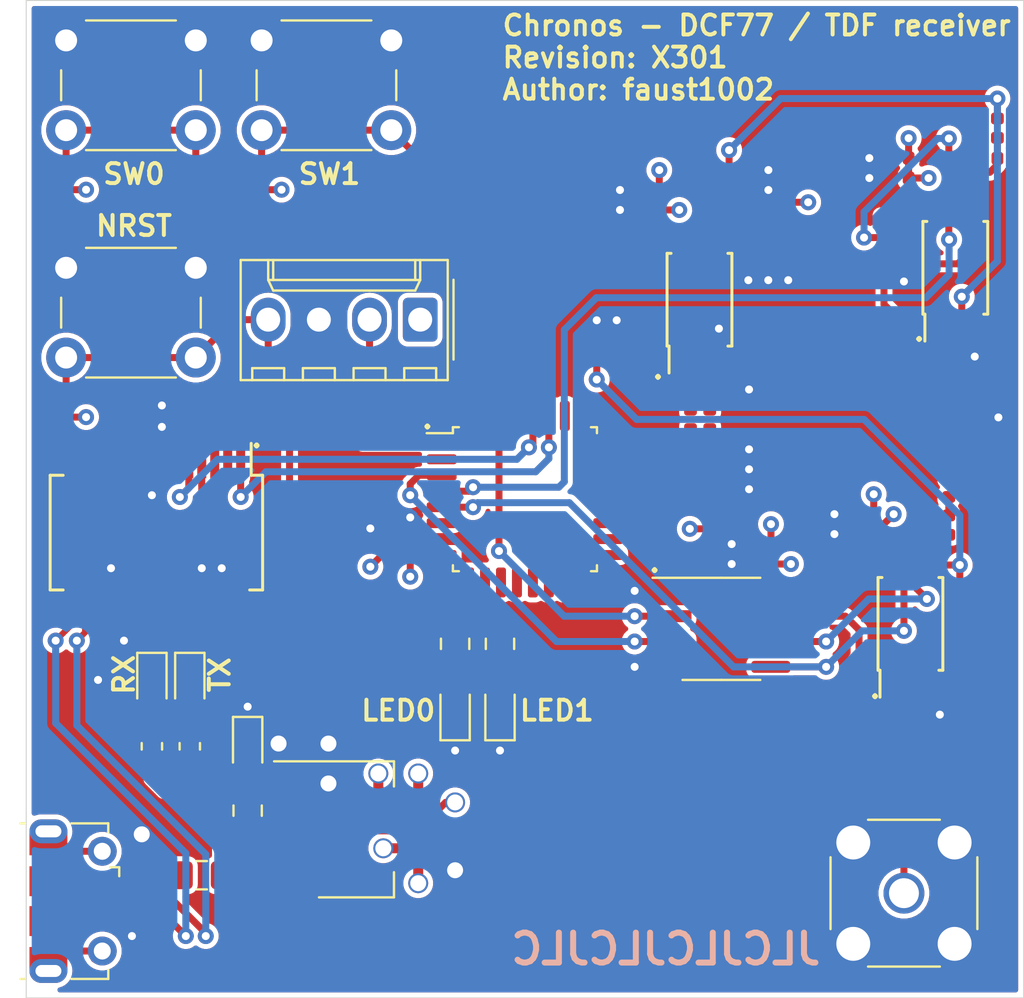
<source format=kicad_pcb>
(kicad_pcb (version 20171130) (host pcbnew "(5.1.5)-3")
  (title_block (title "Chronos - DCF77 / TDF receiver") (date 2020-05-17) (rev X301) (comment 4 "Author: faust1002"))
  (layers (0 F.Cu signal) (1 GND signal) (2 3V3 signal) (31 B.Cu signal) (34 B.Paste user) (35 F.Paste user) (36 B.SilkS user) (37 F.SilkS user) (38 B.Mask user) (39 F.Mask user) (44 Edge.Cuts user))
  (net 0 "")
  (net 1 GND)
  (net 2 "Net-(C1-Pad1)")
  (net 3 +5V)
  (net 4 +3V3)
  (net 5 "Net-(C6-Pad1)")
  (net 6 "Net-(C11-Pad2)")
  (net 7 "Net-(C11-Pad1)")
  (net 8 "Net-(C12-Pad2)")
  (net 9 "Net-(C12-Pad1)")
  (net 10 "Net-(C13-Pad1)")
  (net 11 "Net-(C16-Pad2)")
  (net 12 /ADC1)
  (net 13 "Net-(C17-Pad1)")
  (net 14 "Net-(C20-Pad1)")
  (net 15 "Net-(C21-Pad2)")
  (net 16 "Net-(C21-Pad1)")
  (net 17 "Net-(C22-Pad1)")
  (net 18 "Net-(C23-Pad2)")
  (net 19 /ADC0)
  (net 20 "Net-(C26-Pad1)")
  (net 21 /REF)
  (net 22 "Net-(C30-Pad1)")
  (net 23 /Vbias)
  (net 24 "Net-(D1-Pad2)")
  (net 25 "Net-(D2-Pad2)")
  (net 26 "Net-(D2-Pad1)")
  (net 27 "Net-(D3-Pad2)")
  (net 28 "Net-(D3-Pad1)")
  (net 29 "Net-(D4-Pad2)")
  (net 30 "Net-(D5-Pad2)")
  (net 31 /D+)
  (net 32 /D-)
  (net 33 /NRST)
  (net 34 /SWIM)
  (net 35 /LED0)
  (net 36 /LED1)
  (net 37 /SW0)
  (net 38 /SW1)
  (net 39 "Net-(R16-Pad2)")
  (net 40 /DAC)
  (net 41 "Net-(R20-Pad1)")
  (net 42 "Net-(R21-Pad1)")
  (net 43 "Net-(R23-Pad1)")
  (net 44 "Net-(R27-Pad2)")
  (net 45 /SCK)
  (net 46 /RXD)
  (net 47 /TXD)
  (net 48 /MOSI)
  (net 49 "Net-(J1-Pad6)")
  (module Resistor_SMD:R_0402_1005Metric (layer F.Cu) (at 225 126.4 270)
    (fp_text reference R14)
    (fp_text value 1.5k)
    (pad 2 smd roundrect (at 0.485 0 270) (size 0.59 0.64) (layers F.Cu F.Paste F.Mask) (net 16 "Net-(C21-Pad1)"))
    (pad 1 smd roundrect (at -0.485 0 270) (size 0.59 0.64) (layers F.Cu F.Paste F.Mask) (net 18 "Net-(C23-Pad2)"))
  )
  (module Capacitor_SMD:C_0402_1005Metric (layer F.Cu) (at 186.791249 153.365 90)
    (fp_text reference C1)
    (fp_text value 10nF)
    (pad 2 smd roundrect (at 0.485 0 90) (size 0.59 0.64) (layers F.Cu F.Paste F.Mask) (net 1 GND))
    (pad 1 smd roundrect (at -0.485 0 90) (size 0.59 0.64) (layers F.Cu F.Paste F.Mask) (net 2 "Net-(C1-Pad1)"))
  )
  (module Capacitor_SMD:C_0402_1005Metric (layer F.Cu) (at 227.25 118.4 90)
    (fp_text reference C23)
    (fp_text value 100pF)
    (pad 2 smd roundrect (at 0.485 0 90) (size 0.59 0.64) (layers F.Cu F.Paste F.Mask) (net 18 "Net-(C23-Pad2)"))
    (pad 1 smd roundrect (at -0.485 0 90) (size 0.59 0.64) (layers F.Cu F.Paste F.Mask) (net 19 /ADC0))
  )
  (module Capacitor_SMD:C_0402_1005Metric (layer F.Cu) (at 192.6 154.335 270)
    (fp_text reference C4)
    (fp_text value 10uF)
    (pad 2 smd roundrect (at 0.485 0 270) (size 0.59 0.64) (layers F.Cu F.Paste F.Mask) (net 1 GND))
    (pad 1 smd roundrect (at -0.485 0 270) (size 0.59 0.64) (layers F.Cu F.Paste F.Mask) (net 3 +5V))
  )
  (module Capacitor_SMD:C_0402_1005Metric (layer F.Cu) (at 202.525 152.035 270)
    (fp_text reference C5)
    (fp_text value 10uF)
    (pad 2 smd roundrect (at 0.485 0 270) (size 0.59 0.64) (layers F.Cu F.Paste F.Mask) (net 1 GND))
    (pad 1 smd roundrect (at -0.485 0 270) (size 0.59 0.64) (layers F.Cu F.Paste F.Mask) (net 4 +3V3))
  )
  (module Package_SO:TSSOP-8_4.4x3mm_P0.65mm (layer F.Cu) (at 214.75 125 90)
    (fp_text reference U7)
    (fp_text value TS462CPT)
    (pad 8 smd rect (at 2.95 -0.975 90) (size 1.45 0.45) (layers F.Cu F.Paste F.Mask) (net 4 +3V3))
    (pad 7 smd rect (at 2.95 -0.325 90) (size 1.45 0.45) (layers F.Cu F.Paste F.Mask) (net 44 "Net-(R27-Pad2)"))
    (pad 6 smd rect (at 2.95 0.325 90) (size 1.45 0.45) (layers F.Cu F.Paste F.Mask) (net 44 "Net-(R27-Pad2)"))
    (pad 5 smd rect (at 2.95 0.975 90) (size 1.45 0.45) (layers F.Cu F.Paste F.Mask) (net 20 "Net-(C26-Pad1)"))
    (pad 4 smd rect (at -2.95 0.975 90) (size 1.45 0.45) (layers F.Cu F.Paste F.Mask) (net 1 GND))
    (pad 3 smd rect (at -2.95 0.325 90) (size 1.45 0.45) (layers F.Cu F.Paste F.Mask) (net 42 "Net-(R21-Pad1)"))
    (pad 2 smd rect (at -2.95 -0.325 90) (size 1.45 0.45) (layers F.Cu F.Paste F.Mask) (net 41 "Net-(R20-Pad1)"))
    (pad 1 smd rect (at -2.95 -0.975 90) (size 1.45 0.45) (layers F.Cu F.Paste F.Mask) (net 43 "Net-(R23-Pad1)"))
  )
  (module Package_SO:TSSOP-8_4.4x3mm_P0.65mm (layer F.Cu) (at 227.575 123.4 90)
    (fp_text reference U6)
    (fp_text value TS462CPT)
    (pad 8 smd rect (at 2.95 -0.975 90) (size 1.45 0.45) (layers F.Cu F.Paste F.Mask) (net 4 +3V3))
    (pad 7 smd rect (at 2.95 -0.325 90) (size 1.45 0.45) (layers F.Cu F.Paste F.Mask) (net 19 /ADC0))
    (pad 6 smd rect (at 2.95 0.325 90) (size 1.45 0.45) (layers F.Cu F.Paste F.Mask) (net 39 "Net-(R16-Pad2)"))
    (pad 5 smd rect (at 2.95 0.975 90) (size 1.45 0.45) (layers F.Cu F.Paste F.Mask) (net 17 "Net-(C22-Pad1)"))
    (pad 4 smd rect (at -2.95 0.975 90) (size 1.45 0.45) (layers F.Cu F.Paste F.Mask) (net 1 GND))
    (pad 3 smd rect (at -2.95 0.325 90) (size 1.45 0.45) (layers F.Cu F.Paste F.Mask) (net 21 /REF))
    (pad 2 smd rect (at -2.95 -0.325 90) (size 1.45 0.45) (layers F.Cu F.Paste F.Mask) (net 15 "Net-(C21-Pad2)"))
    (pad 1 smd rect (at -2.95 -0.975 90) (size 1.45 0.45) (layers F.Cu F.Paste F.Mask) (net 16 "Net-(C21-Pad1)"))
  )
  (module Package_SO:SOIC-8_3.9x4.9mm_P1.27mm (layer F.Cu) (at 215.85 141.5)
    (fp_text reference U5)
    (fp_text value MCP41010)
    (pad 8 smd roundrect (at 2.475 -1.905) (size 1.95 0.6) (layers F.Cu F.Paste F.Mask) (net 4 +3V3))
    (pad 7 smd roundrect (at 2.475 -0.635) (size 1.95 0.6) (layers F.Cu F.Paste F.Mask) (net 10 "Net-(C13-Pad1)"))
    (pad 6 smd roundrect (at 2.475 0.635) (size 1.95 0.6) (layers F.Cu F.Paste F.Mask) (net 11 "Net-(C16-Pad2)"))
    (pad 5 smd roundrect (at 2.475 1.905) (size 1.95 0.6) (layers F.Cu F.Paste F.Mask) (net 12 /ADC1))
    (pad 4 smd roundrect (at -2.475 1.905) (size 1.95 0.6) (layers F.Cu F.Paste F.Mask) (net 1 GND))
    (pad 3 smd roundrect (at -2.475 0.635) (size 1.95 0.6) (layers F.Cu F.Paste F.Mask) (net 48 /MOSI))
    (pad 2 smd roundrect (at -2.475 -0.635) (size 1.95 0.6) (layers F.Cu F.Paste F.Mask) (net 45 /SCK))
    (pad 1 smd roundrect (at -2.475 -1.905) (size 1.95 0.6) (layers F.Cu F.Paste F.Mask) (net 1 GND))
  )
  (module Package_SO:TSSOP-8_4.4x3mm_P0.65mm (layer F.Cu) (at 225.325 141.25 90)
    (fp_text reference U4)
    (fp_text value TS462CPT)
    (pad 8 smd rect (at 2.95 -0.975 90) (size 1.45 0.45) (layers F.Cu F.Paste F.Mask) (net 4 +3V3))
    (pad 7 smd rect (at 2.95 -0.325 90) (size 1.45 0.45) (layers F.Cu F.Paste F.Mask) (net 12 /ADC1))
    (pad 6 smd rect (at 2.95 0.325 90) (size 1.45 0.45) (layers F.Cu F.Paste F.Mask) (net 11 "Net-(C16-Pad2)"))
    (pad 5 smd rect (at 2.95 0.975 90) (size 1.45 0.45) (layers F.Cu F.Paste F.Mask) (net 23 /Vbias))
    (pad 4 smd rect (at -2.95 0.975 90) (size 1.45 0.45) (layers F.Cu F.Paste F.Mask) (net 1 GND))
    (pad 3 smd rect (at -2.95 0.325 90) (size 1.45 0.45) (layers F.Cu F.Paste F.Mask) (net 23 /Vbias))
    (pad 2 smd rect (at -2.95 -0.325 90) (size 1.45 0.45) (layers F.Cu F.Paste F.Mask) (net 8 "Net-(C12-Pad2)"))
    (pad 1 smd rect (at -2.95 -0.975 90) (size 1.45 0.45) (layers F.Cu F.Paste F.Mask) (net 9 "Net-(C12-Pad1)"))
  )
  (module Package_SO:SSOP-28_5.3x10.2mm_P0.65mm (layer F.Cu) (at 187.525 136.675 270)
    (fp_text reference U3)
    (fp_text value FT232RL)
    (pad 28 smd rect (at 3.6 -4.225 270) (size 1.75 0.45) (layers F.Cu F.Paste F.Mask))
    (pad 27 smd rect (at 3.6 -3.575 270) (size 1.75 0.45) (layers F.Cu F.Paste F.Mask))
    (pad 26 smd rect (at 3.6 -2.925 270) (size 1.75 0.45) (layers F.Cu F.Paste F.Mask) (net 1 GND))
    (pad 25 smd rect (at 3.6 -2.275 270) (size 1.75 0.45) (layers F.Cu F.Paste F.Mask) (net 1 GND))
    (pad 24 smd rect (at 3.6 -1.625 270) (size 1.75 0.45) (layers F.Cu F.Paste F.Mask))
    (pad 23 smd rect (at 3.6 -0.975 270) (size 1.75 0.45) (layers F.Cu F.Paste F.Mask) (net 26 "Net-(D2-Pad1)"))
    (pad 22 smd rect (at 3.6 -0.325 270) (size 1.75 0.45) (layers F.Cu F.Paste F.Mask) (net 28 "Net-(D3-Pad1)"))
    (pad 21 smd rect (at 3.6 0.325 270) (size 1.75 0.45) (layers F.Cu F.Paste F.Mask) (net 1 GND))
    (pad 20 smd rect (at 3.6 0.975 270) (size 1.75 0.45) (layers F.Cu F.Paste F.Mask) (net 3 +5V))
    (pad 19 smd rect (at 3.6 1.625 270) (size 1.75 0.45) (layers F.Cu F.Paste F.Mask))
    (pad 18 smd rect (at 3.6 2.275 270) (size 1.75 0.45) (layers F.Cu F.Paste F.Mask) (net 1 GND))
    (pad 17 smd rect (at 3.6 2.925 270) (size 1.75 0.45) (layers F.Cu F.Paste F.Mask) (net 5 "Net-(C6-Pad1)"))
    (pad 16 smd rect (at 3.6 3.575 270) (size 1.75 0.45) (layers F.Cu F.Paste F.Mask) (net 32 /D-))
    (pad 15 smd rect (at 3.6 4.225 270) (size 1.75 0.45) (layers F.Cu F.Paste F.Mask) (net 31 /D+))
    (pad 14 smd rect (at -3.6 4.225 270) (size 1.75 0.45) (layers F.Cu F.Paste F.Mask))
    (pad 13 smd rect (at -3.6 3.575 270) (size 1.75 0.45) (layers F.Cu F.Paste F.Mask))
    (pad 12 smd rect (at -3.6 2.925 270) (size 1.75 0.45) (layers F.Cu F.Paste F.Mask))
    (pad 11 smd rect (at -3.6 2.275 270) (size 1.75 0.45) (layers F.Cu F.Paste F.Mask))
    (pad 10 smd rect (at -3.6 1.625 270) (size 1.75 0.45) (layers F.Cu F.Paste F.Mask))
    (pad 9 smd rect (at -3.6 0.975 270) (size 1.75 0.45) (layers F.Cu F.Paste F.Mask))
    (pad 8 smd rect (at -3.6 0.325 270) (size 1.75 0.45) (layers F.Cu F.Paste F.Mask))
    (pad 7 smd rect (at -3.6 -0.325 270) (size 1.75 0.45) (layers F.Cu F.Paste F.Mask) (net 1 GND))
    (pad 6 smd rect (at -3.6 -0.975 270) (size 1.75 0.45) (layers F.Cu F.Paste F.Mask))
    (pad 5 smd rect (at -3.6 -1.625 270) (size 1.75 0.45) (layers F.Cu F.Paste F.Mask) (net 46 /RXD))
    (pad 4 smd rect (at -3.6 -2.275 270) (size 1.75 0.45) (layers F.Cu F.Paste F.Mask) (net 3 +5V))
    (pad 3 smd rect (at -3.6 -2.925 270) (size 1.75 0.45) (layers F.Cu F.Paste F.Mask))
    (pad 2 smd rect (at -3.6 -3.575 270) (size 1.75 0.45) (layers F.Cu F.Paste F.Mask))
    (pad 1 smd rect (at -3.6 -4.225 270) (size 1.75 0.45) (layers F.Cu F.Paste F.Mask) (net 47 /TXD))
  )
  (module Package_TO_SOT_SMD:SOT-223-3_TabPin2 (layer F.Cu) (at 197.525 151.55)
    (fp_text reference U2)
    (fp_text value AMS1117-3.3)
    (pad 1 smd rect (at -3.15 -2.3) (size 2 1.5) (layers F.Cu F.Paste F.Mask) (net 1 GND))
    (pad 3 smd rect (at -3.15 2.3) (size 2 1.5) (layers F.Cu F.Paste F.Mask) (net 3 +5V))
    (pad 2 smd rect (at -3.15 0) (size 2 1.5) (layers F.Cu F.Paste F.Mask) (net 4 +3V3))
    (pad 2 smd rect (at 3.15 0) (size 2 3.8) (layers F.Cu F.Paste F.Mask) (net 4 +3V3))
  )
  (module Package_QFP:LQFP-32_7x7mm_P0.8mm (layer F.Cu) (at 206 135)
    (fp_text reference U1)
    (fp_text value STM8L151K6T6)
    (pad 32 smd roundrect (at -2.8 -4.175) (size 0.5 1.5) (layers F.Cu F.Paste F.Mask) (net 34 /SWIM))
    (pad 31 smd roundrect (at -2 -4.175) (size 0.5 1.5) (layers F.Cu F.Paste F.Mask) (net 45 /SCK))
    (pad 30 smd roundrect (at -1.2 -4.175) (size 0.5 1.5) (layers F.Cu F.Paste F.Mask) (net 37 /SW0))
    (pad 29 smd roundrect (at -0.4 -4.175) (size 0.5 1.5) (layers F.Cu F.Paste F.Mask) (net 38 /SW1))
    (pad 28 smd roundrect (at 0.4 -4.175) (size 0.5 1.5) (layers F.Cu F.Paste F.Mask) (net 46 /RXD))
    (pad 27 smd roundrect (at 1.2 -4.175) (size 0.5 1.5) (layers F.Cu F.Paste F.Mask) (net 47 /TXD))
    (pad 26 smd roundrect (at 2 -4.175) (size 0.5 1.5) (layers F.Cu F.Paste F.Mask))
    (pad 25 smd roundrect (at 2.8 -4.175) (size 0.5 1.5) (layers F.Cu F.Paste F.Mask))
    (pad 24 smd roundrect (at 4.175 -2.8) (size 1.5 0.5) (layers F.Cu F.Paste F.Mask))
    (pad 23 smd roundrect (at 4.175 -2) (size 1.5 0.5) (layers F.Cu F.Paste F.Mask))
    (pad 22 smd roundrect (at 4.175 -1.2) (size 1.5 0.5) (layers F.Cu F.Paste F.Mask))
    (pad 21 smd roundrect (at 4.175 -0.4) (size 1.5 0.5) (layers F.Cu F.Paste F.Mask))
    (pad 20 smd roundrect (at 4.175 0.4) (size 1.5 0.5) (layers F.Cu F.Paste F.Mask))
    (pad 19 smd roundrect (at 4.175 1.2) (size 1.5 0.5) (layers F.Cu F.Paste F.Mask) (net 40 /DAC))
    (pad 18 smd roundrect (at 4.175 2) (size 1.5 0.5) (layers F.Cu F.Paste F.Mask))
    (pad 17 smd roundrect (at 4.175 2.8) (size 1.5 0.5) (layers F.Cu F.Paste F.Mask))
    (pad 16 smd roundrect (at 2.8 4.175) (size 0.5 1.5) (layers F.Cu F.Paste F.Mask))
    (pad 15 smd roundrect (at 2 4.175) (size 0.5 1.5) (layers F.Cu F.Paste F.Mask))
    (pad 14 smd roundrect (at 1.2 4.175) (size 0.5 1.5) (layers F.Cu F.Paste F.Mask))
    (pad 13 smd roundrect (at 0.4 4.175) (size 0.5 1.5) (layers F.Cu F.Paste F.Mask))
    (pad 12 smd roundrect (at -0.4 4.175) (size 0.5 1.5) (layers F.Cu F.Paste F.Mask))
    (pad 11 smd roundrect (at -1.2 4.175) (size 0.5 1.5) (layers F.Cu F.Paste F.Mask))
    (pad 10 smd roundrect (at -2 4.175) (size 0.5 1.5) (layers F.Cu F.Paste F.Mask) (net 36 /LED1))
    (pad 9 smd roundrect (at -2.8 4.175) (size 0.5 1.5) (layers F.Cu F.Paste F.Mask) (net 35 /LED0))
    (pad 8 smd roundrect (at -4.175 2.8) (size 1.5 0.5) (layers F.Cu F.Paste F.Mask) (net 4 +3V3))
    (pad 7 smd roundrect (at -4.175 2) (size 1.5 0.5) (layers F.Cu F.Paste F.Mask) (net 1 GND))
    (pad 6 smd roundrect (at -4.175 1.2) (size 1.5 0.5) (layers F.Cu F.Paste F.Mask))
    (pad 5 smd roundrect (at -4.175 0.4) (size 1.5 0.5) (layers F.Cu F.Paste F.Mask) (net 12 /ADC1))
    (pad 4 smd roundrect (at -4.175 -0.4) (size 1.5 0.5) (layers F.Cu F.Paste F.Mask) (net 19 /ADC0))
    (pad 3 smd roundrect (at -4.175 -1.2) (size 1.5 0.5) (layers F.Cu F.Paste F.Mask) (net 48 /MOSI))
    (pad 2 smd roundrect (at -4.175 -2) (size 1.5 0.5) (layers F.Cu F.Paste F.Mask))
    (pad 1 smd roundrect (at -4.175 -2.8) (size 1.5 0.5) (layers F.Cu F.Paste F.Mask) (net 33 /NRST))
  )
  (module Button_Switch_THT:SW_PUSH_6mm (layer F.Cu) (at 192.8 112)
    (fp_text reference SW3)
    (fp_text value SW_Push)
    (pad 1 thru_hole circle (at 6.5 0 90) (size 2 2) (drill 1.1) (layers *.Cu *.Mask) (net 1 GND))
    (pad 2 thru_hole circle (at 6.5 4.5 90) (size 2 2) (drill 1.1) (layers *.Cu *.Mask) (net 38 /SW1))
    (pad 1 thru_hole circle (at 0 0 90) (size 2 2) (drill 1.1) (layers *.Cu *.Mask) (net 1 GND))
    (pad 2 thru_hole circle (at 0 4.5 90) (size 2 2) (drill 1.1) (layers *.Cu *.Mask) (net 38 /SW1))
  )
  (module Button_Switch_THT:SW_PUSH_6mm (layer F.Cu) (at 183 112)
    (fp_text reference SW2)
    (fp_text value SW_Push)
    (pad 1 thru_hole circle (at 6.5 0 90) (size 2 2) (drill 1.1) (layers *.Cu *.Mask) (net 1 GND))
    (pad 2 thru_hole circle (at 6.5 4.5 90) (size 2 2) (drill 1.1) (layers *.Cu *.Mask) (net 37 /SW0))
    (pad 1 thru_hole circle (at 0 0 90) (size 2 2) (drill 1.1) (layers *.Cu *.Mask) (net 1 GND))
    (pad 2 thru_hole circle (at 0 4.5 90) (size 2 2) (drill 1.1) (layers *.Cu *.Mask) (net 37 /SW0))
  )
  (module Button_Switch_THT:SW_PUSH_6mm (layer F.Cu) (at 183 123.4)
    (fp_text reference SW1)
    (fp_text value SW_Push)
    (pad 1 thru_hole circle (at 6.5 0 90) (size 2 2) (drill 1.1) (layers *.Cu *.Mask) (net 1 GND))
    (pad 2 thru_hole circle (at 6.5 4.5 90) (size 2 2) (drill 1.1) (layers *.Cu *.Mask) (net 33 /NRST))
    (pad 1 thru_hole circle (at 0 0 90) (size 2 2) (drill 1.1) (layers *.Cu *.Mask) (net 1 GND))
    (pad 2 thru_hole circle (at 0 4.5 90) (size 2 2) (drill 1.1) (layers *.Cu *.Mask) (net 33 /NRST))
  )
  (module Resistor_SMD:R_0402_1005Metric (layer F.Cu) (at 215.75 120.5 180)
    (fp_text reference R27)
    (fp_text value 100)
    (pad 2 smd roundrect (at 0.485 0 180) (size 0.59 0.64) (layers F.Cu F.Paste F.Mask) (net 44 "Net-(R27-Pad2)"))
    (pad 1 smd roundrect (at -0.485 0 180) (size 0.59 0.64) (layers F.Cu F.Paste F.Mask) (net 21 /REF))
  )
  (module Resistor_SMD:R_0402_1005Metric (layer F.Cu) (at 219.2 122.535 270)
    (fp_text reference R26)
    (fp_text value 20k)
    (pad 2 smd roundrect (at 0.485 0 270) (size 0.59 0.64) (layers F.Cu F.Paste F.Mask) (net 1 GND))
    (pad 1 smd roundrect (at -0.485 0 270) (size 0.59 0.64) (layers F.Cu F.Paste F.Mask) (net 20 "Net-(C26-Pad1)"))
  )
  (module Resistor_SMD:R_0402_1005Metric (layer F.Cu) (at 219.2 120.6 270)
    (fp_text reference R25)
    (fp_text value 20k)
    (pad 2 smd roundrect (at 0.485 0 270) (size 0.59 0.64) (layers F.Cu F.Paste F.Mask) (net 20 "Net-(C26-Pad1)"))
    (pad 1 smd roundrect (at -0.485 0 270) (size 0.59 0.64) (layers F.Cu F.Paste F.Mask) (net 4 +3V3))
  )
  (module Resistor_SMD:R_0402_1005Metric (layer F.Cu) (at 212 128)
    (fp_text reference R24)
    (fp_text value 100)
    (pad 2 smd roundrect (at 0.485 0) (size 0.59 0.64) (layers F.Cu F.Paste F.Mask) (net 43 "Net-(R23-Pad1)"))
    (pad 1 smd roundrect (at -0.485 0) (size 0.59 0.64) (layers F.Cu F.Paste F.Mask) (net 23 /Vbias))
  )
  (module Resistor_SMD:R_0402_1005Metric (layer F.Cu) (at 213.85 129.5)
    (fp_text reference R23)
    (fp_text value 20k)
    (pad 2 smd roundrect (at 0.485 0) (size 0.59 0.64) (layers F.Cu F.Paste F.Mask) (net 41 "Net-(R20-Pad1)"))
    (pad 1 smd roundrect (at -0.485 0) (size 0.59 0.64) (layers F.Cu F.Paste F.Mask) (net 43 "Net-(R23-Pad1)"))
  )
  (module Resistor_SMD:R_0402_1005Metric (layer F.Cu) (at 215.75 129.5)
    (fp_text reference R22)
    (fp_text value 20k)
    (pad 2 smd roundrect (at 0.485 0) (size 0.59 0.64) (layers F.Cu F.Paste F.Mask) (net 1 GND))
    (pad 1 smd roundrect (at -0.485 0) (size 0.59 0.64) (layers F.Cu F.Paste F.Mask) (net 42 "Net-(R21-Pad1)"))
  )
  (module Resistor_SMD:R_0402_1005Metric (layer F.Cu) (at 215.265 131 270)
    (fp_text reference R21)
    (fp_text value 20k)
    (pad 2 smd roundrect (at 0.485 0 270) (size 0.59 0.64) (layers F.Cu F.Paste F.Mask) (net 22 "Net-(C30-Pad1)"))
    (pad 1 smd roundrect (at -0.485 0 270) (size 0.59 0.64) (layers F.Cu F.Paste F.Mask) (net 42 "Net-(R21-Pad1)"))
  )
  (module Resistor_SMD:R_0402_1005Metric (layer F.Cu) (at 214.3 131 270)
    (fp_text reference R20)
    (fp_text value 20k)
    (pad 2 smd roundrect (at 0.485 0 270) (size 0.59 0.64) (layers F.Cu F.Paste F.Mask) (net 40 /DAC))
    (pad 1 smd roundrect (at -0.485 0 270) (size 0.59 0.64) (layers F.Cu F.Paste F.Mask) (net 41 "Net-(R20-Pad1)"))
  )
  (module Resistor_SMD:R_0402_1005Metric (layer F.Cu) (at 215.75 134.5)
    (fp_text reference R19)
    (fp_text value 20k)
    (pad 2 smd roundrect (at 0.485 0) (size 0.59 0.64) (layers F.Cu F.Paste F.Mask) (net 1 GND))
    (pad 1 smd roundrect (at -0.485 0) (size 0.59 0.64) (layers F.Cu F.Paste F.Mask) (net 22 "Net-(C30-Pad1)"))
  )
  (module Resistor_SMD:R_0402_1005Metric (layer F.Cu) (at 215.265 136 90)
    (fp_text reference R18)
    (fp_text value 20k)
    (pad 2 smd roundrect (at 0.485 0 90) (size 0.59 0.64) (layers F.Cu F.Paste F.Mask) (net 22 "Net-(C30-Pad1)"))
    (pad 1 smd roundrect (at -0.485 0 90) (size 0.59 0.64) (layers F.Cu F.Paste F.Mask) (net 4 +3V3))
  )
  (module Resistor_SMD:R_0402_1005Metric (layer F.Cu) (at 229.685 116.4 90)
    (fp_text reference R17)
    (fp_text value 470)
    (pad 1 smd roundrect (at -0.485 0 90) (size 0.59 0.64) (layers F.Cu F.Paste F.Mask) (net 39 "Net-(R16-Pad2)"))
    (pad 2 smd roundrect (at 0.485 0 90) (size 0.59 0.64) (layers F.Cu F.Paste F.Mask) (net 21 /REF))
  )
  (module Resistor_SMD:R_0402_1005Metric (layer F.Cu) (at 229.2 117.915)
    (fp_text reference R16)
    (fp_text value 6.8k)
    (pad 1 smd roundrect (at -0.485 0) (size 0.59 0.64) (layers F.Cu F.Paste F.Mask) (net 19 /ADC0))
    (pad 2 smd roundrect (at 0.485 0) (size 0.59 0.64) (layers F.Cu F.Paste F.Mask) (net 39 "Net-(R16-Pad2)"))
  )
  (module Resistor_SMD:R_0402_1005Metric (layer F.Cu) (at 224 121.4 270)
    (fp_text reference R15)
    (fp_text value 33k)
    (pad 2 smd roundrect (at 0.485 0 270) (size 0.59 0.64) (layers F.Cu F.Paste F.Mask) (net 18 "Net-(C23-Pad2)"))
    (pad 1 smd roundrect (at -0.485 0 270) (size 0.59 0.64) (layers F.Cu F.Paste F.Mask) (net 17 "Net-(C22-Pad1)"))
  )
  (module Resistor_SMD:R_0402_1005Metric (layer F.Cu) (at 227.25 129.4 270)
    (fp_text reference R13)
    (fp_text value 470)
    (pad 2 smd roundrect (at 0.485 0 270) (size 0.59 0.64) (layers F.Cu F.Paste F.Mask) (net 14 "Net-(C20-Pad1)"))
    (pad 1 smd roundrect (at -0.485 0 270) (size 0.59 0.64) (layers F.Cu F.Paste F.Mask) (net 15 "Net-(C21-Pad2)"))
  )
  (module Resistor_SMD:R_0402_1005Metric (layer F.Cu) (at 226.25 130.9)
    (fp_text reference R12)
    (fp_text value 6.8k)
    (pad 2 smd roundrect (at 0.485 0) (size 0.59 0.64) (layers F.Cu F.Paste F.Mask) (net 14 "Net-(C20-Pad1)"))
    (pad 1 smd roundrect (at -0.485 0) (size 0.59 0.64) (layers F.Cu F.Paste F.Mask) (net 16 "Net-(C21-Pad1)"))
  )
  (module Resistor_SMD:R_0402_1005Metric (layer F.Cu) (at 227.25 132.4 270)
    (fp_text reference R11)
    (fp_text value 680)
    (pad 2 smd roundrect (at 0.485 0 270) (size 0.59 0.64) (layers F.Cu F.Paste F.Mask) (net 13 "Net-(C17-Pad1)"))
    (pad 1 smd roundrect (at -0.485 0 270) (size 0.59 0.64) (layers F.Cu F.Paste F.Mask) (net 14 "Net-(C20-Pad1)"))
  )
  (module Resistor_SMD:R_0402_1005Metric (layer F.Cu) (at 222.75 145.985 90)
    (fp_text reference R10)
    (fp_text value 33k)
    (pad 2 smd roundrect (at 0.485 0 90) (size 0.59 0.64) (layers F.Cu F.Paste F.Mask) (net 9 "Net-(C12-Pad1)"))
    (pad 1 smd roundrect (at -0.485 0 90) (size 0.59 0.64) (layers F.Cu F.Paste F.Mask) (net 8 "Net-(C12-Pad2)"))
  )
  (module Resistor_SMD:R_0402_1005Metric (layer F.Cu) (at 225 147.3 90)
    (fp_text reference R9)
    (fp_text value 1k)
    (pad 2 smd roundrect (at 0.485 0 90) (size 0.59 0.64) (layers F.Cu F.Paste F.Mask) (net 8 "Net-(C12-Pad2)"))
    (pad 1 smd roundrect (at -0.485 0 90) (size 0.59 0.64) (layers F.Cu F.Paste F.Mask) (net 6 "Net-(C11-Pad2)"))
  )
  (module Resistor_SMD:R_0402_1005Metric (layer F.Cu) (at 192.8 119 270)
    (fp_text reference R8)
    (fp_text value 1k)
    (pad 2 smd roundrect (at 0.485 0 270) (size 0.59 0.64) (layers F.Cu F.Paste F.Mask) (net 4 +3V3))
    (pad 1 smd roundrect (at -0.485 0 270) (size 0.59 0.64) (layers F.Cu F.Paste F.Mask) (net 38 /SW1))
  )
  (module Resistor_SMD:R_0402_1005Metric (layer F.Cu) (at 183 119 270)
    (fp_text reference R7)
    (fp_text value 1k)
    (pad 2 smd roundrect (at 0.485 0 270) (size 0.59 0.64) (layers F.Cu F.Paste F.Mask) (net 4 +3V3))
    (pad 1 smd roundrect (at -0.485 0 270) (size 0.59 0.64) (layers F.Cu F.Paste F.Mask) (net 37 /SW0))
  )
  (module Resistor_SMD:R_0805_2012Metric (layer F.Cu) (at 204.75 142.25 270)
    (fp_text reference R6)
    (fp_text value 56)
    (pad 2 smd roundrect (at 0.9375 0 270) (size 0.975 1.4) (layers F.Cu F.Paste F.Mask) (net 30 "Net-(D5-Pad2)"))
    (pad 1 smd roundrect (at -0.9375 0 270) (size 0.975 1.4) (layers F.Cu F.Paste F.Mask) (net 36 /LED1))
  )
  (module Resistor_SMD:R_0805_2012Metric (layer F.Cu) (at 202.5 142.25 270)
    (fp_text reference R5)
    (fp_text value 56)
    (pad 2 smd roundrect (at 0.9375 0 270) (size 0.975 1.4) (layers F.Cu F.Paste F.Mask) (net 29 "Net-(D4-Pad2)"))
    (pad 1 smd roundrect (at -0.9375 0 270) (size 0.975 1.4) (layers F.Cu F.Paste F.Mask) (net 35 /LED0))
  )
  (module Resistor_SMD:R_0402_1005Metric (layer F.Cu) (at 183 130.4 90)
    (fp_text reference R4)
    (fp_text value 1k)
    (pad 2 smd roundrect (at 0.485 0 90) (size 0.59 0.64) (layers F.Cu F.Paste F.Mask) (net 33 /NRST))
    (pad 1 smd roundrect (at -0.485 0 90) (size 0.59 0.64) (layers F.Cu F.Paste F.Mask) (net 4 +3V3))
  )
  (module Resistor_SMD:R_0603_1608Metric (layer F.Cu) (at 187.3 147.3875 90)
    (fp_text reference R3)
    (fp_text value 270)
    (pad 1 smd roundrect (at -0.7875 0 90) (size 0.875 0.95) (layers F.Cu F.Paste F.Mask) (net 3 +5V))
    (pad 2 smd roundrect (at 0.7875 0 90) (size 0.875 0.95) (layers F.Cu F.Paste F.Mask) (net 27 "Net-(D3-Pad2)"))
  )
  (module Resistor_SMD:R_0603_1608Metric (layer F.Cu) (at 189.2 147.3875 90)
    (fp_text reference R2)
    (fp_text value 270)
    (pad 2 smd roundrect (at 0.7875 0 90) (size 0.875 0.95) (layers F.Cu F.Paste F.Mask) (net 25 "Net-(D2-Pad2)"))
    (pad 1 smd roundrect (at -0.7875 0 90) (size 0.875 0.95) (layers F.Cu F.Paste F.Mask) (net 3 +5V))
  )
  (module Resistor_SMD:R_0805_2012Metric (layer F.Cu) (at 192.1 150.6125 90)
    (fp_text reference R1)
    (fp_text value 56)
    (pad 2 smd roundrect (at 0.9375 0 90) (size 0.975 1.4) (layers F.Cu F.Paste F.Mask) (net 24 "Net-(D1-Pad2)"))
    (pad 1 smd roundrect (at -0.9375 0 90) (size 0.975 1.4) (layers F.Cu F.Paste F.Mask) (net 4 +3V3))
  )
  (module Connector_Coaxial:SMA_Amphenol_132134_Vertical (layer F.Cu) (at 225 154.75)
    (fp_text reference J3)
    (fp_text value Input)
    (pad 2 thru_hole circle (at -2.54 2.54) (size 2.25 2.25) (drill 1.7) (layers *.Cu *.Mask) (net 1 GND))
    (pad 2 thru_hole circle (at -2.54 -2.54) (size 2.25 2.25) (drill 1.7) (layers *.Cu *.Mask) (net 1 GND))
    (pad 2 thru_hole circle (at 2.54 -2.54) (size 2.25 2.25) (drill 1.7) (layers *.Cu *.Mask) (net 1 GND))
    (pad 2 thru_hole circle (at 2.54 2.54) (size 2.25 2.25) (drill 1.7) (layers *.Cu *.Mask) (net 1 GND))
    (pad 1 thru_hole circle (at 0 0) (size 2.05 2.05) (drill 1.5) (layers *.Cu *.Mask) (net 7 "Net-(C11-Pad1)"))
  )
  (module Connector_Molex:Molex_KK-254_AE-6410-04A_1x04_P2.54mm_Vertical (layer F.Cu) (at 200.75 126 180)
    (fp_text reference J2)
    (fp_text value Conn_01x04)
    (pad 4 thru_hole oval (at 7.62 0 180) (size 1.74 2.2) (drill 1.2) (layers *.Cu *.Mask) (net 33 /NRST))
    (pad 3 thru_hole oval (at 5.08 0 180) (size 1.74 2.2) (drill 1.2) (layers *.Cu *.Mask) (net 1 GND))
    (pad 2 thru_hole oval (at 2.54 0 180) (size 1.74 2.2) (drill 1.2) (layers *.Cu *.Mask) (net 34 /SWIM))
    (pad 1 thru_hole roundrect (at 0 0 180) (size 1.74 2.2) (drill 1.2) (layers *.Cu *.Mask) (roundrect_rratio 0.143678) (net 4 +3V3))
  )
  (module Connector_USB:USB_Micro-B_Molex-105017-0001 (layer F.Cu) (at 183.35 155.15 270)
    (fp_text reference J1)
    (fp_text value USB_B_Micro)
    (pad 6 smd rect (at -2.9 1.2375 270) (size 1.2 1.9) (layers F.Cu F.Mask) (net 49 "Net-(J1-Pad6)"))
    (pad 6 smd rect (at 2.9 1.2375 270) (size 1.2 1.9) (layers F.Cu F.Mask) (net 49 "Net-(J1-Pad6)"))
    (pad 6 thru_hole oval (at 3.5 1.2375 270) (size 1.2 1.9) (drill oval 0.6 1.3) (layers *.Cu *.Mask) (net 49 "Net-(J1-Pad6)"))
    (pad 6 thru_hole oval (at -3.5 1.2375 90) (size 1.2 1.9) (drill oval 0.6 1.3) (layers *.Cu *.Mask) (net 49 "Net-(J1-Pad6)"))
    (pad 6 smd rect (at -1 1.2375 270) (size 1.5 1.9) (layers F.Cu F.Paste F.Mask) (net 49 "Net-(J1-Pad6)"))
    (pad 6 thru_hole circle (at 2.5 -1.4625 270) (size 1.45 1.45) (drill 0.85) (layers *.Cu *.Mask) (net 49 "Net-(J1-Pad6)"))
    (pad 3 smd rect (at 0 -1.4625 270) (size 0.4 1.35) (layers F.Cu F.Paste F.Mask) (net 31 /D+))
    (pad 4 smd rect (at 0.65 -1.4625 270) (size 0.4 1.35) (layers F.Cu F.Paste F.Mask))
    (pad 5 smd rect (at 1.3 -1.4625 270) (size 0.4 1.35) (layers F.Cu F.Paste F.Mask) (net 1 GND))
    (pad 1 smd rect (at -1.3 -1.4625 270) (size 0.4 1.35) (layers F.Cu F.Paste F.Mask) (net 2 "Net-(C1-Pad1)"))
    (pad 2 smd rect (at -0.65 -1.4625 270) (size 0.4 1.35) (layers F.Cu F.Paste F.Mask) (net 32 /D-))
    (pad 6 thru_hole circle (at -2.5 -1.4625 270) (size 1.45 1.45) (drill 0.85) (layers *.Cu *.Mask) (net 49 "Net-(J1-Pad6)"))
    (pad 6 smd rect (at 1 1.2375 270) (size 1.5 1.9) (layers F.Cu F.Paste F.Mask) (net 49 "Net-(J1-Pad6)"))
  )
  (module Inductor_SMD:L_0805_2012Metric (layer F.Cu) (at 189.8 153.85 180)
    (fp_text reference FB1)
    (fp_text value Ferrite_Bead)
    (pad 2 smd roundrect (at 0.9375 0 180) (size 0.975 1.4) (layers F.Cu F.Paste F.Mask) (net 2 "Net-(C1-Pad1)"))
    (pad 1 smd roundrect (at -0.9375 0 180) (size 0.975 1.4) (layers F.Cu F.Paste F.Mask) (net 3 +5V))
  )
  (module LED_SMD:LED_0603_1608Metric (layer F.Cu) (at 204.75 145.6 90)
    (fp_text reference D5)
    (fp_text value LED)
    (pad 2 smd roundrect (at 0.7875 0 90) (size 0.875 0.95) (layers F.Cu F.Paste F.Mask) (net 30 "Net-(D5-Pad2)"))
    (pad 1 smd roundrect (at -0.7875 0 90) (size 0.875 0.95) (layers F.Cu F.Paste F.Mask) (net 1 GND))
  )
  (module LED_SMD:LED_0603_1608Metric (layer F.Cu) (at 202.5 145.6 90)
    (fp_text reference D4)
    (fp_text value LED)
    (pad 2 smd roundrect (at 0.7875 0 90) (size 0.875 0.95) (layers F.Cu F.Paste F.Mask) (net 29 "Net-(D4-Pad2)"))
    (pad 1 smd roundrect (at -0.7875 0 90) (size 0.875 0.95) (layers F.Cu F.Paste F.Mask) (net 1 GND))
  )
  (module LED_SMD:LED_0603_1608Metric (layer F.Cu) (at 187.3 144.1875 270)
    (fp_text reference D3)
    (fp_text value LED)
    (pad 2 smd roundrect (at 0.7875 0 270) (size 0.875 0.95) (layers F.Cu F.Paste F.Mask) (net 27 "Net-(D3-Pad2)"))
    (pad 1 smd roundrect (at -0.7875 0 270) (size 0.875 0.95) (layers F.Cu F.Paste F.Mask) (net 28 "Net-(D3-Pad1)"))
  )
  (module LED_SMD:LED_0603_1608Metric (layer F.Cu) (at 189.2 144.1875 270)
    (fp_text reference D2)
    (fp_text value LED)
    (pad 2 smd roundrect (at 0.7875 0 270) (size 0.875 0.95) (layers F.Cu F.Paste F.Mask) (net 25 "Net-(D2-Pad2)"))
    (pad 1 smd roundrect (at -0.7875 0 270) (size 0.875 0.95) (layers F.Cu F.Paste F.Mask) (net 26 "Net-(D2-Pad1)"))
  )
  (module LED_SMD:LED_0603_1608Metric (layer F.Cu) (at 192.1 147.4 270)
    (fp_text reference D1)
    (fp_text value LED)
    (pad 2 smd roundrect (at 0.7875 0 270) (size 0.875 0.95) (layers F.Cu F.Paste F.Mask) (net 24 "Net-(D1-Pad2)"))
    (pad 1 smd roundrect (at -0.7875 0 270) (size 0.875 0.95) (layers F.Cu F.Paste F.Mask) (net 1 GND))
  )
  (module Capacitor_SMD:C_0402_1005Metric (layer F.Cu) (at 210.6 127.515 90)
    (fp_text reference C33)
    (fp_text value 100nF)
    (pad 2 smd roundrect (at 0.485 0 90) (size 0.59 0.64) (layers F.Cu F.Paste F.Mask) (net 1 GND))
    (pad 1 smd roundrect (at -0.485 0 90) (size 0.59 0.64) (layers F.Cu F.Paste F.Mask) (net 23 /Vbias))
  )
  (module Capacitor_SMD:C_0402_1005Metric (layer F.Cu) (at 209.6 127.515 90)
    (fp_text reference C32)
    (fp_text value 10uF)
    (pad 2 smd roundrect (at 0.485 0 90) (size 0.59 0.64) (layers F.Cu F.Paste F.Mask) (net 1 GND))
    (pad 1 smd roundrect (at -0.485 0 90) (size 0.59 0.64) (layers F.Cu F.Paste F.Mask) (net 23 /Vbias))
  )
  (module Capacitor_SMD:C_0402_1005Metric (layer F.Cu) (at 215.75 133.5)
    (fp_text reference C31)
    (fp_text value 10uF)
    (pad 2 smd roundrect (at 0.485 0) (size 0.59 0.64) (layers F.Cu F.Paste F.Mask) (net 1 GND))
    (pad 1 smd roundrect (at -0.485 0) (size 0.59 0.64) (layers F.Cu F.Paste F.Mask) (net 22 "Net-(C30-Pad1)"))
  )
  (module Capacitor_SMD:C_0402_1005Metric (layer F.Cu) (at 215.75 132.5)
    (fp_text reference C30)
    (fp_text value 100nF)
    (pad 2 smd roundrect (at 0.485 0) (size 0.59 0.64) (layers F.Cu F.Paste F.Mask) (net 1 GND))
    (pad 1 smd roundrect (at -0.485 0) (size 0.59 0.64) (layers F.Cu F.Paste F.Mask) (net 22 "Net-(C30-Pad1)"))
  )
  (module Capacitor_SMD:C_0402_1005Metric (layer F.Cu) (at 216.72 119.5)
    (fp_text reference C29)
    (fp_text value 100nF)
    (pad 2 smd roundrect (at 0.485 0) (size 0.59 0.64) (layers F.Cu F.Paste F.Mask) (net 1 GND))
    (pad 1 smd roundrect (at -0.485 0) (size 0.59 0.64) (layers F.Cu F.Paste F.Mask) (net 21 /REF))
  )
  (module Capacitor_SMD:C_0402_1005Metric (layer F.Cu) (at 216.72 118.5)
    (fp_text reference C28)
    (fp_text value 10uF)
    (pad 2 smd roundrect (at 0.485 0) (size 0.59 0.64) (layers F.Cu F.Paste F.Mask) (net 1 GND))
    (pad 1 smd roundrect (at -0.485 0) (size 0.59 0.64) (layers F.Cu F.Paste F.Mask) (net 21 /REF))
  )
  (module Capacitor_SMD:C_0402_1005Metric (layer F.Cu) (at 218.2 122.535 270)
    (fp_text reference C27)
    (fp_text value 10uF)
    (pad 2 smd roundrect (at 0.485 0 270) (size 0.59 0.64) (layers F.Cu F.Paste F.Mask) (net 1 GND))
    (pad 1 smd roundrect (at -0.485 0 270) (size 0.59 0.64) (layers F.Cu F.Paste F.Mask) (net 20 "Net-(C26-Pad1)"))
  )
  (module Capacitor_SMD:C_0402_1005Metric (layer F.Cu) (at 217.2 122.535 270)
    (fp_text reference C26)
    (fp_text value 100nF)
    (pad 2 smd roundrect (at 0.485 0 270) (size 0.59 0.64) (layers F.Cu F.Paste F.Mask) (net 1 GND))
    (pad 1 smd roundrect (at -0.485 0 270) (size 0.59 0.64) (layers F.Cu F.Paste F.Mask) (net 20 "Net-(C26-Pad1)"))
  )
  (module Capacitor_SMD:C_0402_1005Metric (layer F.Cu) (at 212.25 119.5 180)
    (fp_text reference C25)
    (fp_text value 4.7uF)
    (pad 2 smd roundrect (at 0.485 0 180) (size 0.59 0.64) (layers F.Cu F.Paste F.Mask) (net 1 GND))
    (pad 1 smd roundrect (at -0.485 0 180) (size 0.59 0.64) (layers F.Cu F.Paste F.Mask) (net 4 +3V3))
  )
  (module Capacitor_SMD:C_0402_1005Metric (layer F.Cu) (at 212.25 120.5 180)
    (fp_text reference C24)
    (fp_text value 100nF)
    (pad 2 smd roundrect (at 0.485 0 180) (size 0.59 0.64) (layers F.Cu F.Paste F.Mask) (net 1 GND))
    (pad 1 smd roundrect (at -0.485 0 180) (size 0.59 0.64) (layers F.Cu F.Paste F.Mask) (net 4 +3V3))
  )
  (module Capacitor_SMD:C_0402_1005Metric (layer F.Cu) (at 225 122.6 270)
    (fp_text reference C22)
    (fp_text value 100pF)
    (pad 2 smd roundrect (at 0.485 0 270) (size 0.59 0.64) (layers F.Cu F.Paste F.Mask) (net 1 GND))
    (pad 1 smd roundrect (at -0.485 0 270) (size 0.59 0.64) (layers F.Cu F.Paste F.Mask) (net 17 "Net-(C22-Pad1)"))
  )
  (module Capacitor_SMD:C_0402_1005Metric (layer F.Cu) (at 226.765 127.9)
    (fp_text reference C21)
    (fp_text value 100pF)
    (pad 2 smd roundrect (at 0.485 0) (size 0.59 0.64) (layers F.Cu F.Paste F.Mask) (net 15 "Net-(C21-Pad2)"))
    (pad 1 smd roundrect (at -0.485 0) (size 0.59 0.64) (layers F.Cu F.Paste F.Mask) (net 16 "Net-(C21-Pad1)"))
  )
  (module Capacitor_SMD:C_0402_1005Metric (layer F.Cu) (at 228.25 130.9)
    (fp_text reference C20)
    (fp_text value 4.7nF)
    (pad 2 smd roundrect (at 0.485 0) (size 0.59 0.64) (layers F.Cu F.Paste F.Mask) (net 1 GND))
    (pad 1 smd roundrect (at -0.485 0) (size 0.59 0.64) (layers F.Cu F.Paste F.Mask) (net 14 "Net-(C20-Pad1)"))
  )
  (module Capacitor_SMD:C_0402_1005Metric (layer F.Cu) (at 224.75 117.9 180)
    (fp_text reference C19)
    (fp_text value 4.7uF)
    (pad 2 smd roundrect (at 0.485 0 180) (size 0.59 0.64) (layers F.Cu F.Paste F.Mask) (net 1 GND))
    (pad 1 smd roundrect (at -0.485 0 180) (size 0.59 0.64) (layers F.Cu F.Paste F.Mask) (net 4 +3V3))
  )
  (module Capacitor_SMD:C_0402_1005Metric (layer F.Cu) (at 224.75 118.9 180)
    (fp_text reference C18)
    (fp_text value 100nF)
    (pad 2 smd roundrect (at 0.485 0 180) (size 0.59 0.64) (layers F.Cu F.Paste F.Mask) (net 1 GND))
    (pad 1 smd roundrect (at -0.485 0 180) (size 0.59 0.64) (layers F.Cu F.Paste F.Mask) (net 4 +3V3))
  )
  (module Capacitor_SMD:C_0402_1005Metric (layer F.Cu) (at 227.25 134.4 270)
    (fp_text reference C17)
    (fp_text value 10nF)
    (pad 2 smd roundrect (at 0.485 0 270) (size 0.59 0.64) (layers F.Cu F.Paste F.Mask) (net 12 /ADC1))
    (pad 1 smd roundrect (at -0.485 0 270) (size 0.59 0.64) (layers F.Cu F.Paste F.Mask) (net 13 "Net-(C17-Pad1)"))
  )
  (module Capacitor_SMD:C_0402_1005Metric (layer F.Cu) (at 227.25 136.3 270)
    (fp_text reference C16)
    (fp_text value 56pF)
    (pad 2 smd roundrect (at 0.485 0 270) (size 0.59 0.64) (layers F.Cu F.Paste F.Mask) (net 11 "Net-(C16-Pad2)"))
    (pad 1 smd roundrect (at -0.485 0 270) (size 0.59 0.64) (layers F.Cu F.Paste F.Mask) (net 12 /ADC1))
  )
  (module Capacitor_SMD:C_0402_1005Metric (layer F.Cu) (at 217.85 137.25 180)
    (fp_text reference C15)
    (fp_text value 4.7uF)
    (pad 2 smd roundrect (at 0.485 0 180) (size 0.59 0.64) (layers F.Cu F.Paste F.Mask) (net 1 GND))
    (pad 1 smd roundrect (at -0.485 0 180) (size 0.59 0.64) (layers F.Cu F.Paste F.Mask) (net 4 +3V3))
  )
  (module Capacitor_SMD:C_0402_1005Metric (layer F.Cu) (at 217.85 138.25 180)
    (fp_text reference C14)
    (fp_text value 100nF)
    (pad 2 smd roundrect (at 0.485 0 180) (size 0.59 0.64) (layers F.Cu F.Paste F.Mask) (net 1 GND))
    (pad 1 smd roundrect (at -0.485 0 180) (size 0.59 0.64) (layers F.Cu F.Paste F.Mask) (net 4 +3V3))
  )
  (module Capacitor_SMD:C_0402_1005Metric (layer F.Cu) (at 222.75 143.7 270)
    (fp_text reference C13)
    (fp_text value 10nF)
    (pad 2 smd roundrect (at 0.485 0 270) (size 0.59 0.64) (layers F.Cu F.Paste F.Mask) (net 9 "Net-(C12-Pad1)"))
    (pad 1 smd roundrect (at -0.485 0 270) (size 0.59 0.64) (layers F.Cu F.Paste F.Mask) (net 10 "Net-(C13-Pad1)"))
  )
  (module Capacitor_SMD:C_0402_1005Metric (layer F.Cu) (at 221.7 145.985 270)
    (fp_text reference C12)
    (fp_text value 56pF)
    (pad 2 smd roundrect (at 0.485 0 270) (size 0.59 0.64) (layers F.Cu F.Paste F.Mask) (net 8 "Net-(C12-Pad2)"))
    (pad 1 smd roundrect (at -0.485 0 270) (size 0.59 0.64) (layers F.Cu F.Paste F.Mask) (net 9 "Net-(C12-Pad1)"))
  )
  (module Capacitor_SMD:C_0402_1005Metric (layer F.Cu) (at 225 149.25 90)
    (fp_text reference C11)
    (fp_text value 10nF)
    (pad 2 smd roundrect (at 0.485 0 90) (size 0.59 0.64) (layers F.Cu F.Paste F.Mask) (net 6 "Net-(C11-Pad2)"))
    (pad 1 smd roundrect (at -0.485 0 90) (size 0.59 0.64) (layers F.Cu F.Paste F.Mask) (net 7 "Net-(C11-Pad1)"))
  )
  (module Capacitor_SMD:C_0402_1005Metric (layer F.Cu) (at 223 135.75 180)
    (fp_text reference C10)
    (fp_text value 4.7uF)
    (pad 2 smd roundrect (at 0.485 0 180) (size 0.59 0.64) (layers F.Cu F.Paste F.Mask) (net 1 GND))
    (pad 1 smd roundrect (at -0.485 0 180) (size 0.59 0.64) (layers F.Cu F.Paste F.Mask) (net 4 +3V3))
  )
  (module Capacitor_SMD:C_0402_1005Metric (layer F.Cu) (at 223 136.75 180)
    (fp_text reference C9)
    (fp_text value 100nF)
    (pad 2 smd roundrect (at 0.485 0 180) (size 0.59 0.64) (layers F.Cu F.Paste F.Mask) (net 1 GND))
    (pad 1 smd roundrect (at -0.485 0 180) (size 0.59 0.64) (layers F.Cu F.Paste F.Mask) (net 4 +3V3))
  )
  (module Capacitor_SMD:C_0402_1005Metric (layer F.Cu) (at 199.25 137.4 90)
    (fp_text reference C8)
    (fp_text value 4.7u)
    (pad 2 smd roundrect (at 0.485 0 90) (size 0.59 0.64) (layers F.Cu F.Paste F.Mask) (net 1 GND))
    (pad 1 smd roundrect (at -0.485 0 90) (size 0.59 0.64) (layers F.Cu F.Paste F.Mask) (net 4 +3V3))
  )
  (module Capacitor_SMD:C_0402_1005Metric (layer F.Cu) (at 200.25 137.4 90)
    (fp_text reference C7)
    (fp_text value 100nF)
    (pad 2 smd roundrect (at 0.485 0 90) (size 0.59 0.64) (layers F.Cu F.Paste F.Mask) (net 1 GND))
    (pad 1 smd roundrect (at -0.485 0 90) (size 0.59 0.64) (layers F.Cu F.Paste F.Mask) (net 4 +3V3))
  )
  (module Capacitor_SMD:C_0402_1005Metric (layer F.Cu) (at 184.6 142.575 270)
    (fp_text reference C6)
    (fp_text value 100nF)
    (pad 2 smd roundrect (at 0.485 0 270) (size 0.59 0.64) (layers F.Cu F.Paste F.Mask) (net 1 GND))
    (pad 1 smd roundrect (at -0.485 0 270) (size 0.59 0.64) (layers F.Cu F.Paste F.Mask) (net 5 "Net-(C6-Pad1)"))
  )
  (module Capacitor_SMD:C_0402_1005Metric (layer F.Cu) (at 189.315 130.3 180)
    (fp_text reference C3)
    (fp_text value 4.7uF)
    (pad 2 smd roundrect (at 0.485 0 180) (size 0.59 0.64) (layers F.Cu F.Paste F.Mask) (net 1 GND))
    (pad 1 smd roundrect (at -0.485 0 180) (size 0.59 0.64) (layers F.Cu F.Paste F.Mask) (net 3 +5V))
  )
  (module Capacitor_SMD:C_0402_1005Metric (layer F.Cu) (at 189.315 131.375 180)
    (fp_text reference C2)
    (fp_text value 100nF)
    (pad 2 smd roundrect (at 0.485 0 180) (size 0.59 0.64) (layers F.Cu F.Paste F.Mask) (net 1 GND))
    (pad 1 smd roundrect (at -0.485 0 180) (size 0.59 0.64) (layers F.Cu F.Paste F.Mask) (net 3 +5V))
  )
  (gr_text JLCJLCJLCJLC (at 213.06 157.550001) (layer B.SilkS) (effects (font (size 1.5 1.5) (thickness 0.3)) (justify mirror)))
  (gr_text . (at 212.67 128.46) (layer F.SilkS) (effects (font (size 1 1) (thickness 0.2))))
  (gr_text . (at 225.76 126.56) (layer F.SilkS) (effects (font (size 1 1) (thickness 0.2))))
  (gr_text . (at 223.55 144.47) (layer F.SilkS) (effects (font (size 1 1) (thickness 0.2))))
  (gr_text . (at 212.5 138.15) (layer F.SilkS) (effects (font (size 1 1) (thickness 0.2))))
  (gr_text . (at 201.11 130.95) (layer F.SilkS) (effects (font (size 1 1) (thickness 0.2))))
  (gr_text . (at 192.55 131.9) (layer F.SilkS) (effects (font (size 1 1) (thickness 0.2))))
  (gr_text "Chronos - DCF77 / TDF receiver\nRevision: X301\nAuthor: faust1002" (at 204.77 112.86) (layer F.SilkS) (effects (font (size 1 1) (thickness 0.2)) (justify left)))
  (gr_text LED0 (at 199.65 145.6) (layer F.SilkS) (effects (font (size 1 1) (thickness 0.2))))
  (gr_text LED1 (at 207.6 145.6) (layer F.SilkS) (effects (font (size 1 1) (thickness 0.2))))
  (gr_text SW1 (at 196.2 118.7) (layer F.SilkS) (effects (font (size 1 1) (thickness 0.2))))
  (gr_text SW0 (at 186.4 118.7) (layer F.SilkS) (effects (font (size 1 1) (thickness 0.2))))
  (gr_text NRST (at 186.4 121.3) (layer F.SilkS) (effects (font (size 1 1) (thickness 0.2))))
  (gr_text RX (at 185.9 143.8 90) (layer F.SilkS) (effects (font (size 1 1) (thickness 0.2))))
  (gr_text TX (at 190.7 143.8 90) (layer F.SilkS) (effects (font (size 1 1) (thickness 0.2))))
  (gr_line (start 181 160) (end 181 110) (layer Edge.Cuts) (width 0.05))
  (gr_line (start 231 160) (end 181 160) (layer Edge.Cuts) (width 0.05))
  (gr_line (start 231 110) (end 231 160) (layer Edge.Cuts) (width 0.05))
  (gr_line (start 181 110) (end 231 110) (layer Edge.Cuts) (width 0.05))
  (via (at 223.265 117.9) (size 0.8) (drill 0.4) (layers F.Cu B.Cu) (net 1))
  (via (at 223.265 118.9) (size 0.8) (drill 0.4) (layers F.Cu B.Cu) (net 1))
  (via (at 184.6 144.06) (size 0.8) (drill 0.4) (layers F.Cu B.Cu) (net 1))
  (via (at 190.8 138.46) (size 0.8) (drill 0.4) (layers F.Cu B.Cu) (net 1))
  (via (at 189.8 138.46) (size 0.8) (drill 0.4) (layers F.Cu B.Cu) (net 1))
  (segment (start 184.6 143.06) (end 184.6 144.06) (width 0.3) (layer F.Cu) (net 1))
  (via (at 192.1 145.4) (size 0.8) (drill 0.4) (layers F.Cu B.Cu) (net 1))
  (segment (start 192.1 146.6125) (end 192.1 145.4) (width 0.35) (layer F.Cu) (net 1))
  (via (at 193.65 147.25) (size 1) (drill 0.8) (layers F.Cu B.Cu) (net 1))
  (segment (start 193.65 148.525) (end 194.375 149.25) (width 0.5) (layer F.Cu) (net 1))
  (segment (start 193.65 147.25) (end 193.65 148.525) (width 0.5) (layer F.Cu) (net 1))
  (via (at 196.15 149.25) (size 1) (drill 0.8) (layers F.Cu B.Cu) (net 1))
  (segment (start 196.15 149.25) (end 194.375 149.25) (width 0.5) (layer F.Cu) (net 1))
  (via (at 202.5 153.6) (size 1) (drill 0.8) (layers F.Cu B.Cu) (net 1))
  (segment (start 202.525 153.575) (end 202.5 153.6) (width 0.5) (layer F.Cu) (net 1))
  (segment (start 202.525 152.52) (end 202.525 153.575) (width 0.5) (layer F.Cu) (net 1))
  (segment (start 194.9 148.725) (end 194.375 149.25) (width 0.5) (layer F.Cu) (net 1))
  (via (at 196.15 147.25) (size 1) (drill 0.8) (layers F.Cu B.Cu) (net 1))
  (segment (start 196.15 147.25) (end 194.9 148.725) (width 0.5) (layer F.Cu) (net 1))
  (via (at 186.791249 151.8) (size 1) (drill 0.8) (layers F.Cu B.Cu) (net 1))
  (via (at 187.8 130.3) (size 0.8) (drill 0.4) (layers F.Cu B.Cu) (net 1))
  (via (at 187.8 131.375) (size 0.8) (drill 0.4) (layers F.Cu B.Cu) (net 1))
  (segment (start 187.8 130.3) (end 188.83 130.3) (width 0.35) (layer F.Cu) (net 1))
  (segment (start 187.8 131.375) (end 188.83 131.375) (width 0.5) (layer F.Cu) (net 1))
  (via (at 185.25 138.46) (size 0.8) (drill 0.4) (layers F.Cu B.Cu) (net 1))
  (segment (start 185.25 138.46) (end 185.25 140.275) (width 0.35) (layer F.Cu) (net 1))
  (via (at 187.3 134.8) (size 0.8) (drill 0.4) (layers F.Cu B.Cu) (net 1))
  (segment (start 187.85 134.25) (end 187.3 134.8) (width 0.35) (layer F.Cu) (net 1))
  (segment (start 187.85 133.075) (end 187.85 134.25) (width 0.35) (layer F.Cu) (net 1))
  (via (at 200.25 135.915) (size 0.8) (drill 0.4) (layers F.Cu B.Cu) (net 1))
  (via (at 198.25 136.465) (size 0.8) (drill 0.4) (layers F.Cu B.Cu) (net 1))
  (segment (start 200.25 135.915) (end 200.25 136.915) (width 0.35) (layer F.Cu) (net 1))
  (segment (start 201.74 136.915) (end 201.825 137) (width 0.35) (layer F.Cu) (net 1))
  (segment (start 198.785 137) (end 198.25 136.465) (width 0.35) (layer F.Cu) (net 1))
  (segment (start 201.825 137) (end 198.785 137) (width 0.35) (layer F.Cu) (net 1))
  (via (at 204.75 147.6) (size 0.8) (drill 0.4) (layers F.Cu B.Cu) (net 1))
  (via (at 202.5 147.6) (size 0.8) (drill 0.4) (layers F.Cu B.Cu) (net 1))
  (segment (start 202.5 146.3875) (end 202.5 147.6) (width 0.35) (layer F.Cu) (net 1))
  (segment (start 204.75 146.3875) (end 204.75 147.6) (width 0.35) (layer F.Cu) (net 1))
  (via (at 211.5 139.595) (size 0.8) (drill 0.4) (layers F.Cu B.Cu) (net 1))
  (via (at 211.5 143.405) (size 0.8) (drill 0.4) (layers F.Cu B.Cu) (net 1))
  (segment (start 213.375 139.595) (end 211.5 139.595) (width 0.35) (layer F.Cu) (net 1))
  (segment (start 213.375 143.405) (end 211.5 143.405) (width 0.35) (layer F.Cu) (net 1))
  (via (at 216.365 138.25) (size 0.8) (drill 0.4) (layers F.Cu B.Cu) (net 1))
  (via (at 216.365 137.25) (size 0.8) (drill 0.4) (layers F.Cu B.Cu) (net 1))
  (segment (start 216.365 138.25) (end 217.365 138.25) (width 0.35) (layer F.Cu) (net 1))
  (segment (start 216.365 137.25) (end 217.365 137.25) (width 0.35) (layer F.Cu) (net 1))
  (via (at 226.8 145.8) (size 0.8) (drill 0.4) (layers F.Cu B.Cu) (net 1))
  (segment (start 226.8 144.7) (end 226.8 145.8) (width 0.35) (layer F.Cu) (net 1))
  (segment (start 226.3 144.2) (end 226.8 144.7) (width 0.35) (layer F.Cu) (net 1))
  (via (at 221.515 136.75) (size 0.8) (drill 0.4) (layers F.Cu B.Cu) (net 1))
  (via (at 221.515 135.75) (size 0.8) (drill 0.4) (layers F.Cu B.Cu) (net 1))
  (segment (start 222.515 135.75) (end 221.515 135.75) (width 0.35) (layer F.Cu) (net 1))
  (segment (start 222.515 136.75) (end 221.515 136.75) (width 0.35) (layer F.Cu) (net 1))
  (via (at 229.735 130.9) (size 0.8) (drill 0.4) (layers F.Cu B.Cu) (net 1))
  (segment (start 229.735 130.9) (end 228.735 130.9) (width 0.35) (layer F.Cu) (net 1))
  (via (at 228.55 127.85) (size 0.8) (drill 0.4) (layers F.Cu B.Cu) (net 1))
  (segment (start 228.55 126.35) (end 228.55 127.85) (width 0.35) (layer F.Cu) (net 1))
  (segment (start 223.265 117.9) (end 224.265 117.9) (width 0.35) (layer F.Cu) (net 1))
  (segment (start 223.265 118.9) (end 224.265 118.9) (width 0.35) (layer F.Cu) (net 1))
  (via (at 225 124.085) (size 0.8) (drill 0.4) (layers F.Cu B.Cu) (net 1))
  (segment (start 225 123.085) (end 225 124.085) (width 0.35) (layer F.Cu) (net 1))
  (via (at 217.235 134.5) (size 0.8) (drill 0.4) (layers F.Cu B.Cu) (net 1))
  (segment (start 216.235 134.5) (end 217.235 134.5) (width 0.35) (layer F.Cu) (net 1))
  (via (at 217.235 133.5) (size 0.8) (drill 0.4) (layers F.Cu B.Cu) (net 1))
  (via (at 217.235 132.5) (size 0.8) (drill 0.4) (layers F.Cu B.Cu) (net 1))
  (segment (start 217.235 133.5) (end 216.235 133.5) (width 0.35) (layer F.Cu) (net 1))
  (segment (start 216.235 132.5) (end 217.235 132.5) (width 0.35) (layer F.Cu) (net 1))
  (via (at 217.235 129.5) (size 0.8) (drill 0.4) (layers F.Cu B.Cu) (net 1))
  (via (at 215.725 126.45) (size 0.8) (drill 0.4) (layers F.Cu B.Cu) (net 1))
  (segment (start 216.235 129.5) (end 217.235 129.5) (width 0.35) (layer F.Cu) (net 1))
  (segment (start 215.725 126.45) (end 215.725 127.95) (width 0.35) (layer F.Cu) (net 1))
  (via (at 210.6 126.03) (size 0.8) (drill 0.4) (layers F.Cu B.Cu) (net 1))
  (via (at 209.6 126.03) (size 0.8) (drill 0.4) (layers F.Cu B.Cu) (net 1))
  (segment (start 210.6 126.03) (end 210.6 127.03) (width 0.35) (layer F.Cu) (net 1))
  (segment (start 209.6 126.03) (end 209.6 127.03) (width 0.35) (layer F.Cu) (net 1))
  (via (at 219.2 124.02) (size 0.8) (drill 0.4) (layers F.Cu B.Cu) (net 1))
  (segment (start 219.2 123.02) (end 219.2 124.02) (width 0.35) (layer F.Cu) (net 1))
  (via (at 218.2 124.02) (size 0.8) (drill 0.4) (layers F.Cu B.Cu) (net 1))
  (via (at 217.2 124.02) (size 0.8) (drill 0.4) (layers F.Cu B.Cu) (net 1))
  (segment (start 218.2 123.02) (end 218.2 124.02) (width 0.35) (layer F.Cu) (net 1))
  (segment (start 217.2 123.02) (end 217.2 124.02) (width 0.35) (layer F.Cu) (net 1))
  (via (at 210.765 120.5) (size 0.8) (drill 0.4) (layers F.Cu B.Cu) (net 1))
  (via (at 210.765 119.5) (size 0.8) (drill 0.4) (layers F.Cu B.Cu) (net 1))
  (segment (start 211.765 119.5) (end 210.765 119.5) (width 0.35) (layer F.Cu) (net 1))
  (segment (start 211.765 120.5) (end 210.765 120.5) (width 0.35) (layer F.Cu) (net 1))
  (via (at 218.205 119.5) (size 0.8) (drill 0.4) (layers F.Cu B.Cu) (net 1))
  (via (at 218.205 118.5) (size 0.8) (drill 0.4) (layers F.Cu B.Cu) (net 1))
  (segment (start 218.205 119.5) (end 217.205 119.5) (width 0.35) (layer F.Cu) (net 1))
  (segment (start 218.205 118.5) (end 217.205 118.5) (width 0.35) (layer F.Cu) (net 1))
  (via (at 186.3 156.9) (size 0.8) (drill 0.4) (layers F.Cu B.Cu) (net 1))
  (segment (start 185.85 156.45) (end 186.3 156.9) (width 0.35) (layer F.Cu) (net 1))
  (segment (start 184.8125 156.45) (end 185.85 156.45) (width 0.35) (layer F.Cu) (net 1))
  (segment (start 186.791249 151.8) (end 186.791249 152.88) (width 0.35) (layer F.Cu) (net 1))
  (segment (start 187.2 141.755685) (end 187.2 140.275) (width 0.3) (layer F.Cu) (net 1))
  (segment (start 186.865685 142.09) (end 187.2 141.755685) (width 0.3) (layer F.Cu) (net 1))
  (via (at 185.9 142.09) (size 0.8) (drill 0.4) (layers F.Cu B.Cu) (net 1))
  (segment (start 185.9 142.09) (end 186.865685 142.09) (width 0.3) (layer F.Cu) (net 1))
  (segment (start 190.499999 140.324999) (end 190.45 140.275) (width 0.35) (layer F.Cu) (net 1))
  (segment (start 189.8 138.46) (end 189.8 140.275) (width 0.35) (layer F.Cu) (net 1))
  (segment (start 190.45 138.81) (end 190.45 140.275) (width 0.35) (layer F.Cu) (net 1))
  (segment (start 190.8 138.46) (end 190.45 138.81) (width 0.35) (layer F.Cu) (net 1))
  (segment (start 188.8625 153.85) (end 184.8125 153.85) (width 0.35) (layer F.Cu) (net 2))
  (segment (start 189.8 134.3) (end 189.8 133.075) (width 0.35) (layer F.Cu) (net 3))
  (segment (start 189.8 135.8) (end 189.8 134.3) (width 0.35) (layer F.Cu) (net 3))
  (segment (start 186.55 139.05) (end 189.8 135.8) (width 0.35) (layer F.Cu) (net 3))
  (segment (start 186.55 140.275) (end 186.55 139.05) (width 0.35) (layer F.Cu) (net 3))
  (segment (start 190.7375 153.85) (end 194.375 153.85) (width 0.5) (layer F.Cu) (net 3))
  (segment (start 190.7375 149.6625) (end 190.675 149.6) (width 0.35) (layer F.Cu) (net 3))
  (segment (start 190.7375 153.85) (end 190.7375 149.6625) (width 0.35) (layer F.Cu) (net 3))
  (segment (start 187.3 149) (end 187.3 148.175) (width 0.35) (layer F.Cu) (net 3))
  (segment (start 187.9 149.6) (end 187.3 149) (width 0.35) (layer F.Cu) (net 3))
  (segment (start 189.2 149.6) (end 187.9 149.6) (width 0.35) (layer F.Cu) (net 3))
  (segment (start 189.2 149.6) (end 189.2 148.175) (width 0.35) (layer F.Cu) (net 3))
  (segment (start 190.675 149.6) (end 189.2 149.6) (width 0.35) (layer F.Cu) (net 3))
  (segment (start 194.2 141.9) (end 194.2 131.4) (width 0.35) (layer F.Cu) (net 3))
  (segment (start 190.7375 149.6625) (end 190.7375 145.3625) (width 0.35) (layer F.Cu) (net 3))
  (segment (start 190.7375 145.3625) (end 194.2 141.9) (width 0.35) (layer F.Cu) (net 3))
  (segment (start 189.8 130.3) (end 189.8 133.075) (width 0.35) (layer F.Cu) (net 3))
  (segment (start 194.2 131.4) (end 193.1 130.3) (width 0.35) (layer F.Cu) (net 3))
  (segment (start 193.1 130.3) (end 189.8 130.3) (width 0.35) (layer F.Cu) (net 3))
  (segment (start 189.8 131.375) (end 190.095 131.375) (width 0.35) (layer F.Cu) (net 3))
  (segment (start 190.095 131.375) (end 190.12 131.4) (width 0.35) (layer F.Cu) (net 3))
  (segment (start 190.12 131.4) (end 194.2 131.4) (width 0.35) (layer F.Cu) (net 3))
  (via (at 225.235 116.9) (size 0.8) (drill 0.4) (layers F.Cu B.Cu) (net 4))
  (via (at 226.235 118.9) (size 0.8) (drill 0.4) (layers F.Cu B.Cu) (net 4))
  (via (at 212.735 118.5) (size 0.8) (drill 0.4) (layers F.Cu B.Cu) (net 4))
  (via (at 213.735 120.5) (size 0.8) (drill 0.4) (layers F.Cu B.Cu) (net 4))
  (via (at 220.2 120.115) (size 0.8) (drill 0.4) (layers F.Cu B.Cu) (net 4))
  (via (at 214.265 136.485) (size 0.8) (drill 0.4) (layers F.Cu B.Cu) (net 4))
  (via (at 223.485 134.75) (size 0.8) (drill 0.4) (layers F.Cu B.Cu) (net 4))
  (via (at 198.25 138.385) (size 0.8) (drill 0.4) (layers F.Cu B.Cu) (net 4))
  (via (at 200.25 138.885) (size 0.8) (drill 0.4) (layers F.Cu B.Cu) (net 4))
  (via (at 218.335 136.25) (size 0.8) (drill 0.4) (layers F.Cu B.Cu) (net 4))
  (via (at 219.335 138.25) (size 0.8) (drill 0.4) (layers F.Cu B.Cu) (net 4))
  (via (at 193.8 119.485) (size 0.8) (drill 0.4) (layers F.Cu B.Cu) (net 4))
  (via (at 184 119.485) (size 0.8) (drill 0.4) (layers F.Cu B.Cu) (net 4))
  (via (at 184 130.885) (size 0.8) (drill 0.4) (layers F.Cu B.Cu) (net 4))
  (via (at 200.65 154.25) (size 1) (drill 0.8) (layers F.Cu B.Cu) (net 4))
  (via (at 198.9 152.5) (size 1) (drill 0.8) (layers F.Cu B.Cu) (net 4))
  (via (at 198.65 148.75) (size 1) (drill 0.8) (layers F.Cu B.Cu) (net 4))
  (via (at 202.5 150.2) (size 1) (drill 0.8) (layers F.Cu B.Cu) (net 4))
  (via (at 200.65 148.75) (size 1) (drill 0.8) (layers F.Cu B.Cu) (net 4))
  (segment (start 192.1 151.55) (end 194.375 151.55) (width 0.35) (layer F.Cu) (net 4))
  (segment (start 199.175 151.55) (end 194.375 151.55) (width 0.5) (layer F.Cu) (net 4))
  (segment (start 200.675 151.55) (end 199.175 151.55) (width 0.5) (layer F.Cu) (net 4))
  (segment (start 202.525 151.55) (end 200.675 151.55) (width 0.5) (layer F.Cu) (net 4))
  (segment (start 200.65 151.525) (end 200.675 151.55) (width 0.5) (layer F.Cu) (net 4))
  (segment (start 200.65 148.75) (end 200.65 151.525) (width 0.5) (layer F.Cu) (net 4))
  (segment (start 198.65 149.525) (end 200.675 151.55) (width 0.5) (layer F.Cu) (net 4))
  (segment (start 198.65 148.75) (end 198.65 149.525) (width 0.5) (layer F.Cu) (net 4))
  (segment (start 199.725 152.5) (end 200.675 151.55) (width 0.5) (layer F.Cu) (net 4))
  (segment (start 198.9 152.5) (end 199.725 152.5) (width 0.5) (layer F.Cu) (net 4))
  (segment (start 200.65 151.575) (end 200.675 151.55) (width 0.5) (layer F.Cu) (net 4))
  (segment (start 200.65 154.25) (end 200.65 151.575) (width 0.5) (layer F.Cu) (net 4))
  (segment (start 199.335 137.8) (end 199.25 137.885) (width 0.35) (layer F.Cu) (net 4))
  (segment (start 200.25 137.885) (end 200.25 138.885) (width 0.35) (layer F.Cu) (net 4))
  (segment (start 201.74 137.885) (end 201.825 137.8) (width 0.35) (layer F.Cu) (net 4))
  (segment (start 198.835 137.8) (end 198.25 138.385) (width 0.35) (layer F.Cu) (net 4))
  (segment (start 201.825 137.8) (end 198.835 137.8) (width 0.35) (layer F.Cu) (net 4))
  (segment (start 184 130.885) (end 183 130.885) (width 0.35) (layer F.Cu) (net 4))
  (segment (start 184 119.485) (end 183 119.485) (width 0.35) (layer F.Cu) (net 4))
  (segment (start 193.8 119.485) (end 192.8 119.485) (width 0.35) (layer F.Cu) (net 4))
  (segment (start 218.335 138.25) (end 219.335 138.25) (width 0.35) (layer F.Cu) (net 4))
  (segment (start 218.335 139.585) (end 218.325 139.595) (width 0.35) (layer F.Cu) (net 4))
  (segment (start 218.335 136.25) (end 218.335 139.585) (width 0.35) (layer F.Cu) (net 4))
  (segment (start 223.485 134.75) (end 223.485 135.75) (width 0.35) (layer F.Cu) (net 4))
  (segment (start 223.485 137.435) (end 224.35 138.3) (width 0.35) (layer F.Cu) (net 4))
  (segment (start 223.485 136.75) (end 223.485 137.435) (width 0.35) (layer F.Cu) (net 4))
  (via (at 224.485 135.75) (size 0.8) (drill 0.4) (layers F.Cu B.Cu) (net 4))
  (segment (start 224.485 135.75) (end 223.485 136.75) (width 0.35) (layer F.Cu) (net 4))
  (segment (start 223.485 135.75) (end 223.485 136.75) (width 0.35) (layer F.Cu) (net 4))
  (segment (start 225.235 116.9) (end 225.235 117.9) (width 0.35) (layer F.Cu) (net 4))
  (segment (start 225.235 117.9) (end 225.235 118.9) (width 0.35) (layer F.Cu) (net 4))
  (segment (start 226.235 118.9) (end 225.235 118.9) (width 0.35) (layer F.Cu) (net 4))
  (segment (start 225.235 119.085) (end 226.6 120.45) (width 0.35) (layer F.Cu) (net 4))
  (segment (start 225.235 118.9) (end 225.235 119.085) (width 0.35) (layer F.Cu) (net 4))
  (segment (start 215.265 136.485) (end 214.265 136.485) (width 0.35) (layer F.Cu) (net 4))
  (segment (start 213.2 122.05) (end 213.775 122.05) (width 0.35) (layer F.Cu) (net 4))
  (segment (start 212.735 121.585) (end 213.2 122.05) (width 0.35) (layer F.Cu) (net 4))
  (segment (start 212.735 118.5) (end 212.735 121.585) (width 0.35) (layer F.Cu) (net 4))
  (segment (start 213.735 120.5) (end 212.735 120.5) (width 0.35) (layer F.Cu) (net 4))
  (segment (start 220.2 120.115) (end 219.2 120.115) (width 0.35) (layer F.Cu) (net 4))
  (segment (start 202.025 150.2) (end 200.675 151.55) (width 0.35) (layer F.Cu) (net 4))
  (segment (start 202.5 150.2) (end 202.025 150.2) (width 0.35) (layer F.Cu) (net 4))
  (segment (start 184.6 140.275) (end 184.6 142.09) (width 0.3) (layer F.Cu) (net 5))
  (segment (start 225 147.785) (end 225 148.765) (width 0.35) (layer F.Cu) (net 6))
  (segment (start 225 149.735) (end 225 154.75) (width 0.35) (layer F.Cu) (net 7))
  (segment (start 225 144.2) (end 225 146.815) (width 0.35) (layer F.Cu) (net 8))
  (segment (start 223.095 146.815) (end 222.75 146.47) (width 0.35) (layer F.Cu) (net 8))
  (segment (start 225 146.815) (end 223.095 146.815) (width 0.35) (layer F.Cu) (net 8))
  (segment (start 222.75 146.47) (end 221.7 146.47) (width 0.35) (layer F.Cu) (net 8))
  (segment (start 221.7 145.5) (end 222.75 145.5) (width 0.35) (layer F.Cu) (net 9))
  (segment (start 224 145.5) (end 222.75 145.5) (width 0.35) (layer F.Cu) (net 9))
  (segment (start 224.35 144.2) (end 224.35 145.15) (width 0.35) (layer F.Cu) (net 9))
  (segment (start 224.35 145.15) (end 224 145.5) (width 0.35) (layer F.Cu) (net 9))
  (segment (start 224.335 144.185) (end 224.35 144.2) (width 0.35) (layer F.Cu) (net 9))
  (segment (start 222.75 144.185) (end 224.335 144.185) (width 0.35) (layer F.Cu) (net 9))
  (segment (start 219.3 140.865) (end 218.325 140.865) (width 0.35) (layer F.Cu) (net 10))
  (segment (start 222.065 140.865) (end 219.3 140.865) (width 0.35) (layer F.Cu) (net 10))
  (segment (start 222.75 143.215) (end 222.75 141.55) (width 0.35) (layer F.Cu) (net 10))
  (segment (start 222.75 141.55) (end 222.065 140.865) (width 0.35) (layer F.Cu) (net 10))
  (via (at 221.1 142.135) (size 0.8) (drill 0.4) (layers F.Cu B.Cu) (net 11))
  (via (at 226.15 140) (size 0.8) (drill 0.4) (layers F.Cu B.Cu) (net 11))
  (segment (start 221.1 142.135) (end 218.325 142.135) (width 0.35) (layer F.Cu) (net 11))
  (segment (start 226.115 136.785) (end 225.600001 137.299999) (width 0.35) (layer F.Cu) (net 11))
  (segment (start 227.25 136.785) (end 226.115 136.785) (width 0.35) (layer F.Cu) (net 11))
  (segment (start 225.600001 138.250001) (end 225.65 138.3) (width 0.35) (layer F.Cu) (net 11))
  (segment (start 225.600001 137.299999) (end 225.600001 138.250001) (width 0.35) (layer F.Cu) (net 11))
  (segment (start 225.65 139.5) (end 226.15 140) (width 0.35) (layer F.Cu) (net 11))
  (segment (start 225.65 138.3) (end 225.65 139.5) (width 0.35) (layer F.Cu) (net 11))
  (segment (start 223.235 140) (end 221.1 142.135) (width 0.35) (layer B.Cu) (net 11))
  (segment (start 226.15 140) (end 223.235 140) (width 0.35) (layer B.Cu) (net 11))
  (via (at 225 141.6) (size 0.8) (drill 0.4) (layers F.Cu B.Cu) (net 12))
  (via (at 203.4 135.4) (size 0.8) (drill 0.4) (layers F.Cu B.Cu) (net 12))
  (segment (start 201.825 135.4) (end 203.4 135.4) (width 0.35) (layer F.Cu) (net 12))
  (segment (start 225 138.3) (end 225 141.6) (width 0.35) (layer F.Cu) (net 12))
  (segment (start 225 137.122169) (end 225 137.225) (width 0.35) (layer F.Cu) (net 12))
  (segment (start 226.307169 135.815) (end 225 137.122169) (width 0.35) (layer F.Cu) (net 12))
  (segment (start 225 137.225) (end 225 138.3) (width 0.35) (layer F.Cu) (net 12))
  (segment (start 227.25 135.815) (end 226.307169 135.815) (width 0.35) (layer F.Cu) (net 12))
  (segment (start 227.25 135.815) (end 227.25 134.885) (width 0.35) (layer F.Cu) (net 12))
  (segment (start 221.1 143.405) (end 216.457002 143.405) (width 0.35) (layer B.Cu) (net 12))
  (segment (start 225 141.6) (end 222.905 141.6) (width 0.35) (layer B.Cu) (net 12))
  (segment (start 216.457002 143.405) (end 208.227003 135.175001) (width 0.35) (layer B.Cu) (net 12))
  (via (at 221.1 143.405) (size 0.8) (drill 0.4) (layers F.Cu B.Cu) (net 12))
  (segment (start 222.905 141.6) (end 221.1 143.405) (width 0.35) (layer B.Cu) (net 12))
  (segment (start 208.227003 135.175001) (end 203.624999 135.175001) (width 0.35) (layer B.Cu) (net 12))
  (segment (start 203.624999 135.175001) (end 203.4 135.4) (width 0.35) (layer B.Cu) (net 12))
  (segment (start 221.1 143.405) (end 218.325 143.405) (width 0.35) (layer F.Cu) (net 12))
  (segment (start 227.25 133.915) (end 227.25 132.885) (width 0.35) (layer F.Cu) (net 13))
  (segment (start 227.765 131.4) (end 227.25 131.915) (width 0.35) (layer F.Cu) (net 14))
  (segment (start 227.765 130.9) (end 227.765 131.4) (width 0.35) (layer F.Cu) (net 14))
  (segment (start 226.735 131.4) (end 227.25 131.915) (width 0.35) (layer F.Cu) (net 14))
  (segment (start 226.735 130.9) (end 226.735 131.4) (width 0.35) (layer F.Cu) (net 14))
  (segment (start 227.25 130.385) (end 226.735 130.9) (width 0.35) (layer F.Cu) (net 14))
  (segment (start 227.25 130.385) (end 227.765 130.9) (width 0.35) (layer F.Cu) (net 14))
  (segment (start 227.25 129.885) (end 227.25 130.385) (width 0.35) (layer F.Cu) (net 14))
  (segment (start 227.25 126.35) (end 227.25 128.915) (width 0.35) (layer F.Cu) (net 15))
  (segment (start 226.6 127.58) (end 226.28 127.9) (width 0.35) (layer F.Cu) (net 16))
  (segment (start 226.6 126.35) (end 226.6 127.58) (width 0.35) (layer F.Cu) (net 16))
  (segment (start 225.59 127.9) (end 226.28 127.9) (width 0.35) (layer F.Cu) (net 16))
  (segment (start 225 127.31) (end 225.59 127.9) (width 0.35) (layer F.Cu) (net 16))
  (segment (start 225 126.885) (end 225 127.31) (width 0.35) (layer F.Cu) (net 16))
  (segment (start 225.6 130.735) (end 225.765 130.9) (width 0.35) (layer F.Cu) (net 16))
  (segment (start 225.59 127.9) (end 225.6 127.91) (width 0.35) (layer F.Cu) (net 16))
  (segment (start 225.6 127.91) (end 225.6 130.735) (width 0.35) (layer F.Cu) (net 16))
  (segment (start 224.32 120.915) (end 224 120.915) (width 0.35) (layer F.Cu) (net 17))
  (segment (start 225 121.595) (end 224.32 120.915) (width 0.35) (layer F.Cu) (net 17))
  (segment (start 225 122.115) (end 225 121.595) (width 0.35) (layer F.Cu) (net 17))
  (segment (start 225.32 122.115) (end 225 122.115) (width 0.35) (layer F.Cu) (net 17))
  (segment (start 226.405 123.2) (end 225.32 122.115) (width 0.35) (layer F.Cu) (net 17))
  (segment (start 227.7 123.2) (end 226.405 123.2) (width 0.35) (layer F.Cu) (net 17))
  (segment (start 228.55 120.45) (end 228.55 122.35) (width 0.35) (layer F.Cu) (net 17))
  (segment (start 228.55 122.35) (end 227.7 123.2) (width 0.35) (layer F.Cu) (net 17))
  (via (at 223 121.885) (size 0.8) (drill 0.4) (layers F.Cu B.Cu) (net 18))
  (via (at 227.25 116.915) (size 0.8) (drill 0.4) (layers F.Cu B.Cu) (net 18))
  (segment (start 227.25 116.915) (end 227.25 117.915) (width 0.35) (layer F.Cu) (net 18))
  (segment (start 223 121.885) (end 224 121.885) (width 0.35) (layer F.Cu) (net 18))
  (segment (start 223 121.319315) (end 223 121.885) (width 0.35) (layer B.Cu) (net 18))
  (segment (start 223 120.599315) (end 223 121.319315) (width 0.35) (layer B.Cu) (net 18))
  (segment (start 226.684315 116.915) (end 223 120.599315) (width 0.35) (layer B.Cu) (net 18))
  (segment (start 227.25 116.915) (end 226.684315 116.915) (width 0.35) (layer B.Cu) (net 18))
  (segment (start 224.68 125.915) (end 225 125.915) (width 0.35) (layer F.Cu) (net 18))
  (segment (start 224 121.885) (end 224 125.235) (width 0.35) (layer F.Cu) (net 18))
  (segment (start 224 125.235) (end 224.68 125.915) (width 0.35) (layer F.Cu) (net 18))
  (via (at 203.4 134.4) (size 0.8) (drill 0.4) (layers F.Cu B.Cu) (net 19))
  (segment (start 203.2 134.6) (end 203.4 134.4) (width 0.35) (layer F.Cu) (net 19))
  (segment (start 201.825 134.6) (end 203.2 134.6) (width 0.35) (layer F.Cu) (net 19))
  (segment (start 227.25 118.885) (end 227.25 120.45) (width 0.35) (layer F.Cu) (net 19))
  (segment (start 227.745 118.885) (end 227.25 118.885) (width 0.35) (layer F.Cu) (net 19))
  (segment (start 228.715 117.915) (end 227.745 118.885) (width 0.35) (layer F.Cu) (net 19))
  (segment (start 207.975001 126.507997) (end 209.582998 124.9) (width 0.35) (layer B.Cu) (net 19))
  (segment (start 227.25 120.45) (end 227.25 121.971138) (width 0.35) (layer F.Cu) (net 19))
  (segment (start 203.4 134.4) (end 207.7 134.4) (width 0.35) (layer B.Cu) (net 19))
  (segment (start 207.7 134.4) (end 207.975001 134.124999) (width 0.35) (layer B.Cu) (net 19))
  (segment (start 227.264431 122.551254) (end 227.264431 121.985569) (width 0.35) (layer B.Cu) (net 19))
  (segment (start 226.1 124.9) (end 227.264431 123.735569) (width 0.35) (layer B.Cu) (net 19))
  (segment (start 227.264431 123.735569) (end 227.264431 122.551254) (width 0.35) (layer B.Cu) (net 19))
  (segment (start 207.975001 134.124999) (end 207.975001 126.507997) (width 0.35) (layer B.Cu) (net 19))
  (segment (start 209.582998 124.9) (end 226.1 124.9) (width 0.35) (layer B.Cu) (net 19))
  (via (at 227.264431 121.985569) (size 0.8) (drill 0.4) (layers F.Cu B.Cu) (net 19))
  (segment (start 227.25 121.971138) (end 227.264431 121.985569) (width 0.35) (layer F.Cu) (net 19))
  (segment (start 219.2 122.05) (end 215.725 122.05) (width 0.35) (layer F.Cu) (net 20))
  (segment (start 219.2 121.085) (end 219.2 122.05) (width 0.35) (layer F.Cu) (net 20))
  (via (at 227.9 124.85) (size 0.8) (drill 0.4) (layers F.Cu B.Cu) (net 21))
  (via (at 229.685 114.915) (size 0.8) (drill 0.4) (layers F.Cu B.Cu) (net 21))
  (via (at 216.235 117.5) (size 0.8) (drill 0.4) (layers F.Cu B.Cu) (net 21))
  (segment (start 216.235 117.5) (end 216.235 120.5) (width 0.35) (layer F.Cu) (net 21))
  (segment (start 229.685 114.915) (end 229.685 115.915) (width 0.35) (layer F.Cu) (net 21))
  (segment (start 218.82 114.915) (end 216.235 117.5) (width 0.35) (layer B.Cu) (net 21))
  (segment (start 229.685 114.915) (end 218.82 114.915) (width 0.35) (layer B.Cu) (net 21))
  (segment (start 227.9 124.85) (end 227.9 126.35) (width 0.35) (layer F.Cu) (net 21))
  (segment (start 229.685 123.065) (end 227.9 124.85) (width 0.35) (layer B.Cu) (net 21))
  (segment (start 229.685 114.915) (end 229.685 123.065) (width 0.35) (layer B.Cu) (net 21))
  (segment (start 215.265 131.485) (end 215.265 134.5) (width 0.35) (layer F.Cu) (net 22))
  (segment (start 215.265 134.5) (end 215.265 135.515) (width 0.35) (layer F.Cu) (net 22))
  (via (at 227.8 138.3) (size 0.8) (drill 0.4) (layers F.Cu B.Cu) (net 23))
  (via (at 209.6 129) (size 0.8) (drill 0.4) (layers F.Cu B.Cu) (net 23))
  (segment (start 225.65 143.125) (end 225.65 144.2) (width 0.35) (layer F.Cu) (net 23))
  (segment (start 227.8 140.975) (end 225.65 143.125) (width 0.35) (layer F.Cu) (net 23))
  (segment (start 227.8 138.3) (end 227.8 140.975) (width 0.35) (layer F.Cu) (net 23))
  (segment (start 226.3 138.3) (end 227.8 138.3) (width 0.35) (layer F.Cu) (net 23))
  (segment (start 211.515 128) (end 209.6 128) (width 0.35) (layer F.Cu) (net 23))
  (segment (start 209.6 128) (end 209.6 129) (width 0.35) (layer F.Cu) (net 23))
  (segment (start 209.999999 129.399999) (end 209.6 129) (width 0.35) (layer B.Cu) (net 23))
  (segment (start 211.6 131) (end 209.999999 129.399999) (width 0.35) (layer B.Cu) (net 23))
  (segment (start 223 131) (end 211.6 131) (width 0.35) (layer B.Cu) (net 23))
  (segment (start 227.8 138.3) (end 227.8 135.8) (width 0.35) (layer B.Cu) (net 23))
  (segment (start 227.8 135.8) (end 223 131) (width 0.35) (layer B.Cu) (net 23))
  (segment (start 192.1 148.1875) (end 192.1 149.675) (width 0.35) (layer F.Cu) (net 24))
  (segment (start 189.2 144.975) (end 189.2 146.6) (width 0.3) (layer F.Cu) (net 25))
  (segment (start 188.5 141.45) (end 188.5 140.275) (width 0.3) (layer F.Cu) (net 26))
  (segment (start 188.5 142.2625) (end 188.5 141.45) (width 0.3) (layer F.Cu) (net 26))
  (segment (start 189.2 142.9625) (end 188.5 142.2625) (width 0.3) (layer F.Cu) (net 26))
  (segment (start 189.2 143.4) (end 189.2 142.9625) (width 0.3) (layer F.Cu) (net 26))
  (segment (start 187.3 144.975) (end 187.3 146.6) (width 0.3) (layer F.Cu) (net 27))
  (segment (start 187.85 141.45) (end 187.85 140.275) (width 0.3) (layer F.Cu) (net 28))
  (segment (start 187.85 142.4125) (end 187.85 141.45) (width 0.3) (layer F.Cu) (net 28))
  (segment (start 187.3 142.9625) (end 187.85 142.4125) (width 0.3) (layer F.Cu) (net 28))
  (segment (start 187.3 143.4) (end 187.3 142.9625) (width 0.3) (layer F.Cu) (net 28))
  (segment (start 202.5 143.1875) (end 202.5 144.8125) (width 0.35) (layer F.Cu) (net 29))
  (segment (start 204.75 143.1875) (end 204.75 144.8125) (width 0.35) (layer F.Cu) (net 30))
  (via (at 189 156.9) (size 0.8) (drill 0.4) (layers F.Cu B.Cu) (net 31))
  (segment (start 183.3 140.275) (end 183.3 141.265) (width 0.3) (layer F.Cu) (net 31))
  (segment (start 183.3 141.265) (end 182.475 142.09) (width 0.3) (layer F.Cu) (net 31))
  (via (at 182.475 142.09) (size 0.8) (drill 0.4) (layers F.Cu B.Cu) (net 31))
  (segment (start 187.25 155.15) (end 184.8125 155.15) (width 0.35) (layer F.Cu) (net 31))
  (segment (start 189 156.9) (end 187.25 155.15) (width 0.35) (layer F.Cu) (net 31))
  (segment (start 182.475 142.655685) (end 182.475 142.09) (width 0.35) (layer B.Cu) (net 31))
  (segment (start 182.475 146.225) (end 182.475 142.655685) (width 0.35) (layer B.Cu) (net 31))
  (segment (start 189 156.9) (end 189 152.75) (width 0.35) (layer B.Cu) (net 31))
  (segment (start 189 152.75) (end 182.475 146.225) (width 0.35) (layer B.Cu) (net 31))
  (via (at 190 156.9) (size 0.8) (drill 0.4) (layers F.Cu B.Cu) (net 32))
  (via (at 183.5375 142.09) (size 0.8) (drill 0.4) (layers F.Cu B.Cu) (net 32))
  (segment (start 183.95 141.6775) (end 183.95 140.275) (width 0.3) (layer F.Cu) (net 32))
  (segment (start 183.5375 142.09) (end 183.95 141.6775) (width 0.3) (layer F.Cu) (net 32))
  (segment (start 185.8375 154.5) (end 184.8125 154.5) (width 0.35) (layer F.Cu) (net 32))
  (segment (start 185.85751 154.52001) (end 185.8375 154.5) (width 0.35) (layer F.Cu) (net 32))
  (segment (start 187.767012 154.52001) (end 185.85751 154.52001) (width 0.35) (layer F.Cu) (net 32))
  (segment (start 190 156.752998) (end 187.767012 154.52001) (width 0.35) (layer F.Cu) (net 32))
  (segment (start 190 156.9) (end 190 156.752998) (width 0.35) (layer F.Cu) (net 32))
  (segment (start 183.5375 146.3375) (end 183.5375 142.655685) (width 0.35) (layer B.Cu) (net 32))
  (segment (start 190 156.9) (end 190 152.8) (width 0.35) (layer B.Cu) (net 32))
  (segment (start 183.5375 142.655685) (end 183.5375 142.09) (width 0.35) (layer B.Cu) (net 32))
  (segment (start 190 152.8) (end 183.5375 146.3375) (width 0.35) (layer B.Cu) (net 32))
  (segment (start 184.414213 127.9) (end 189.5 127.9) (width 0.35) (layer F.Cu) (net 33))
  (segment (start 183 127.9) (end 184.414213 127.9) (width 0.35) (layer F.Cu) (net 33))
  (segment (start 191.4 126) (end 193.13 126) (width 0.35) (layer F.Cu) (net 33))
  (segment (start 189.5 127.9) (end 191.4 126) (width 0.35) (layer F.Cu) (net 33))
  (segment (start 193.13 127.45) (end 193.13 126) (width 0.35) (layer F.Cu) (net 33))
  (segment (start 197.88 132.2) (end 193.13 127.45) (width 0.35) (layer F.Cu) (net 33))
  (segment (start 201.825 132.2) (end 197.88 132.2) (width 0.35) (layer F.Cu) (net 33))
  (segment (start 183 127.9) (end 183 129.915) (width 0.35) (layer F.Cu) (net 33))
  (segment (start 201.585 130.825) (end 202.95 130.825) (width 0.35) (layer F.Cu) (net 34))
  (segment (start 202.95 130.825) (end 203.2 130.825) (width 0.35) (layer F.Cu) (net 34))
  (segment (start 198.21 127.45) (end 201.585 130.825) (width 0.35) (layer F.Cu) (net 34))
  (segment (start 198.21 126) (end 198.21 127.45) (width 0.35) (layer F.Cu) (net 34))
  (segment (start 203.2 140.6125) (end 202.5 141.3125) (width 0.35) (layer F.Cu) (net 35))
  (segment (start 203.2 139.175) (end 203.2 140.6125) (width 0.35) (layer F.Cu) (net 35))
  (segment (start 204 140.5625) (end 204.75 141.3125) (width 0.35) (layer F.Cu) (net 36))
  (segment (start 204 139.175) (end 204 140.5625) (width 0.35) (layer F.Cu) (net 36))
  (segment (start 183 116.5) (end 183 118.515) (width 0.35) (layer F.Cu) (net 37))
  (segment (start 184.414213 116.5) (end 189.5 116.5) (width 0.35) (layer F.Cu) (net 37))
  (segment (start 183 116.5) (end 184.414213 116.5) (width 0.35) (layer F.Cu) (net 37))
  (segment (start 204.8 122.9) (end 203.3 121.4) (width 0.35) (layer F.Cu) (net 37))
  (segment (start 204.8 130.825) (end 204.8 122.9) (width 0.35) (layer F.Cu) (net 37))
  (segment (start 192.3 121.4) (end 189.5 118.6) (width 0.35) (layer F.Cu) (net 37))
  (segment (start 189.5 118.6) (end 189.5 116.5) (width 0.35) (layer F.Cu) (net 37))
  (segment (start 203.3 121.4) (end 192.3 121.4) (width 0.35) (layer F.Cu) (net 37))
  (segment (start 192.8 116.5) (end 192.8 118.515) (width 0.35) (layer F.Cu) (net 38))
  (segment (start 192.8 116.5) (end 199.3 116.5) (width 0.35) (layer F.Cu) (net 38))
  (segment (start 205.6 122.8) (end 205.6 130.825) (width 0.35) (layer F.Cu) (net 38))
  (segment (start 199.3 116.5) (end 205.6 122.8) (width 0.35) (layer F.Cu) (net 38))
  (segment (start 229.685 118.235) (end 229.685 117.915) (width 0.35) (layer F.Cu) (net 39))
  (segment (start 229.30999 118.61001) (end 229.685 118.235) (width 0.35) (layer F.Cu) (net 39))
  (segment (start 228.79782 118.61001) (end 229.30999 118.61001) (width 0.35) (layer F.Cu) (net 39))
  (segment (start 227.9 119.50783) (end 228.79782 118.61001) (width 0.35) (layer F.Cu) (net 39))
  (segment (start 227.9 120.45) (end 227.9 119.50783) (width 0.35) (layer F.Cu) (net 39))
  (segment (start 229.685 116.885) (end 229.685 117.915) (width 0.35) (layer F.Cu) (net 39))
  (segment (start 210.925 136.2) (end 210.175 136.2) (width 0.35) (layer F.Cu) (net 40))
  (segment (start 214.3 132.825) (end 210.925 136.2) (width 0.35) (layer F.Cu) (net 40))
  (segment (start 214.3 131.485) (end 214.3 132.825) (width 0.35) (layer F.Cu) (net 40))
  (segment (start 214.425 130.39) (end 214.425 127.95) (width 0.35) (layer F.Cu) (net 41))
  (segment (start 214.3 130.515) (end 214.425 130.39) (width 0.35) (layer F.Cu) (net 41))
  (segment (start 215.075 127.95) (end 215.124999 127.999999) (width 0.35) (layer F.Cu) (net 42))
  (segment (start 215.075 129.31) (end 215.265 129.5) (width 0.35) (layer F.Cu) (net 42))
  (segment (start 215.075 127.95) (end 215.075 129.31) (width 0.35) (layer F.Cu) (net 42))
  (segment (start 215.265 129.5) (end 215.265 130.515) (width 0.35) (layer F.Cu) (net 42))
  (segment (start 212.535 127.95) (end 212.485 128) (width 0.3) (layer F.Cu) (net 43))
  (segment (start 213.775 128.925) (end 213.775 127.95) (width 0.35) (layer F.Cu) (net 43))
  (segment (start 213.365 129.5) (end 213.365 129.335) (width 0.35) (layer F.Cu) (net 43))
  (segment (start 213.365 129.335) (end 213.775 128.925) (width 0.35) (layer F.Cu) (net 43))
  (segment (start 213.725 128) (end 213.775 127.95) (width 0.35) (layer F.Cu) (net 43))
  (segment (start 212.485 128) (end 213.725 128) (width 0.35) (layer F.Cu) (net 43))
  (segment (start 215.075 122.05) (end 214.425 122.05) (width 0.3) (layer F.Cu) (net 44))
  (segment (start 214.425 121.34) (end 214.425 122.05) (width 0.35) (layer F.Cu) (net 44))
  (segment (start 215.265 120.5) (end 214.425 121.34) (width 0.35) (layer F.Cu) (net 44))
  (via (at 211.5 140.865) (size 0.8) (drill 0.4) (layers F.Cu B.Cu) (net 45))
  (segment (start 213.375 140.865) (end 211.5 140.865) (width 0.35) (layer F.Cu) (net 45))
  (segment (start 204.7 137.6) (end 204.7 132.275) (width 0.35) (layer F.Cu) (net 45))
  (segment (start 204.7 132.275) (end 204 131.575) (width 0.35) (layer F.Cu) (net 45))
  (via (at 204.7 137.6) (size 0.8) (drill 0.4) (layers F.Cu B.Cu) (net 45))
  (segment (start 204 131.575) (end 204 130.825) (width 0.35) (layer F.Cu) (net 45))
  (segment (start 207.965 140.865) (end 204.7 137.6) (width 0.35) (layer B.Cu) (net 45))
  (segment (start 211.5 140.865) (end 207.965 140.865) (width 0.35) (layer B.Cu) (net 45))
  (via (at 206.2 132.4) (size 0.8) (drill 0.4) (layers F.Cu B.Cu) (net 46))
  (via (at 188.7 134.89) (size 0.8) (drill 0.4) (layers F.Cu B.Cu) (net 46))
  (segment (start 189.15 134.44) (end 188.7 134.89) (width 0.35) (layer F.Cu) (net 46))
  (segment (start 189.15 133.075) (end 189.15 134.44) (width 0.35) (layer F.Cu) (net 46))
  (segment (start 206.4 132.2) (end 206.2 132.4) (width 0.35) (layer F.Cu) (net 46))
  (segment (start 206.4 130.825) (end 206.4 132.2) (width 0.35) (layer F.Cu) (net 46))
  (segment (start 189.099999 134.490001) (end 188.7 134.89) (width 0.35) (layer B.Cu) (net 46))
  (segment (start 190.59 133) (end 189.099999 134.490001) (width 0.35) (layer B.Cu) (net 46))
  (segment (start 206.2 132.4) (end 205.6 133) (width 0.35) (layer B.Cu) (net 46))
  (segment (start 205.6 133) (end 190.59 133) (width 0.35) (layer B.Cu) (net 46))
  (via (at 207.2 132.4) (size 0.8) (drill 0.4) (layers F.Cu B.Cu) (net 47))
  (via (at 191.75 134.89) (size 0.8) (drill 0.4) (layers F.Cu B.Cu) (net 47))
  (segment (start 191.75 133.075) (end 191.75 134.89) (width 0.35) (layer F.Cu) (net 47))
  (segment (start 207.2 130.825) (end 207.2 132.4) (width 0.35) (layer F.Cu) (net 47))
  (segment (start 192.149999 134.490001) (end 191.75 134.89) (width 0.35) (layer B.Cu) (net 47))
  (segment (start 206.540686 133.624999) (end 193.015001 133.624999) (width 0.35) (layer B.Cu) (net 47))
  (segment (start 207.2 132.965685) (end 206.540686 133.624999) (width 0.35) (layer B.Cu) (net 47))
  (segment (start 193.015001 133.624999) (end 192.149999 134.490001) (width 0.35) (layer B.Cu) (net 47))
  (segment (start 207.2 132.4) (end 207.2 132.965685) (width 0.35) (layer B.Cu) (net 47))
  (via (at 211.5 142.135) (size 0.8) (drill 0.4) (layers F.Cu B.Cu) (net 48))
  (via (at 200.25 134.8) (size 0.8) (drill 0.4) (layers F.Cu B.Cu) (net 48))
  (segment (start 200.25 134.234315) (end 200.25 134.8) (width 0.35) (layer F.Cu) (net 48))
  (segment (start 200.684315 133.8) (end 200.25 134.234315) (width 0.35) (layer F.Cu) (net 48))
  (segment (start 201.825 133.8) (end 200.684315 133.8) (width 0.35) (layer F.Cu) (net 48))
  (segment (start 213.375 142.135) (end 211.5 142.135) (width 0.35) (layer F.Cu) (net 48))
  (segment (start 207.585 142.135) (end 200.25 134.8) (width 0.35) (layer B.Cu) (net 48))
  (segment (start 211.5 142.135) (end 207.585 142.135) (width 0.35) (layer B.Cu) (net 48))
  (segment (start 184.4125 158.05) (end 184.8125 157.65) (width 0.35) (layer F.Cu) (net 49))
  (segment (start 184.4125 152.25) (end 184.8125 152.65) (width 0.35) (layer F.Cu) (net 49))
  (segment (start 182.1125 152.25) (end 182.1125 158.05) (width 0.35) (layer F.Cu) (net 49))
  (segment (start 182.5125 152.65) (end 182.1125 152.25) (width 0.35) (layer F.Cu) (net 49))
  (segment (start 184.8125 152.65) (end 182.5125 152.65) (width 0.35) (layer F.Cu) (net 49))
  (segment (start 182.5125 157.65) (end 182.1125 158.05) (width 0.35) (layer F.Cu) (net 49))
  (segment (start 184.8125 157.65) (end 182.5125 157.65) (width 0.35) (layer F.Cu) (net 49))
  (zone (net 1) (net_name GND) (layer F.Cu) (connect_pads yes (clearance 0.25)) (min_thickness 0.25) (fill yes (arc_segments 32) (thermal_gap 0.508) (thermal_bridge_width 0.508))
    (polygon (pts (xy 231 160) (xy 181 160) (xy 181 110) (xy 231 110)))
  )
  (zone (net 1) (net_name GND) (layer B.Cu) (connect_pads yes (clearance 0.25)) (min_thickness 0.25) (fill yes (arc_segments 32) (thermal_gap 0.508) (thermal_bridge_width 0.508))
    (polygon (pts (xy 231 160) (xy 181 160) (xy 181 110) (xy 231 110)))
  )
)
</source>
